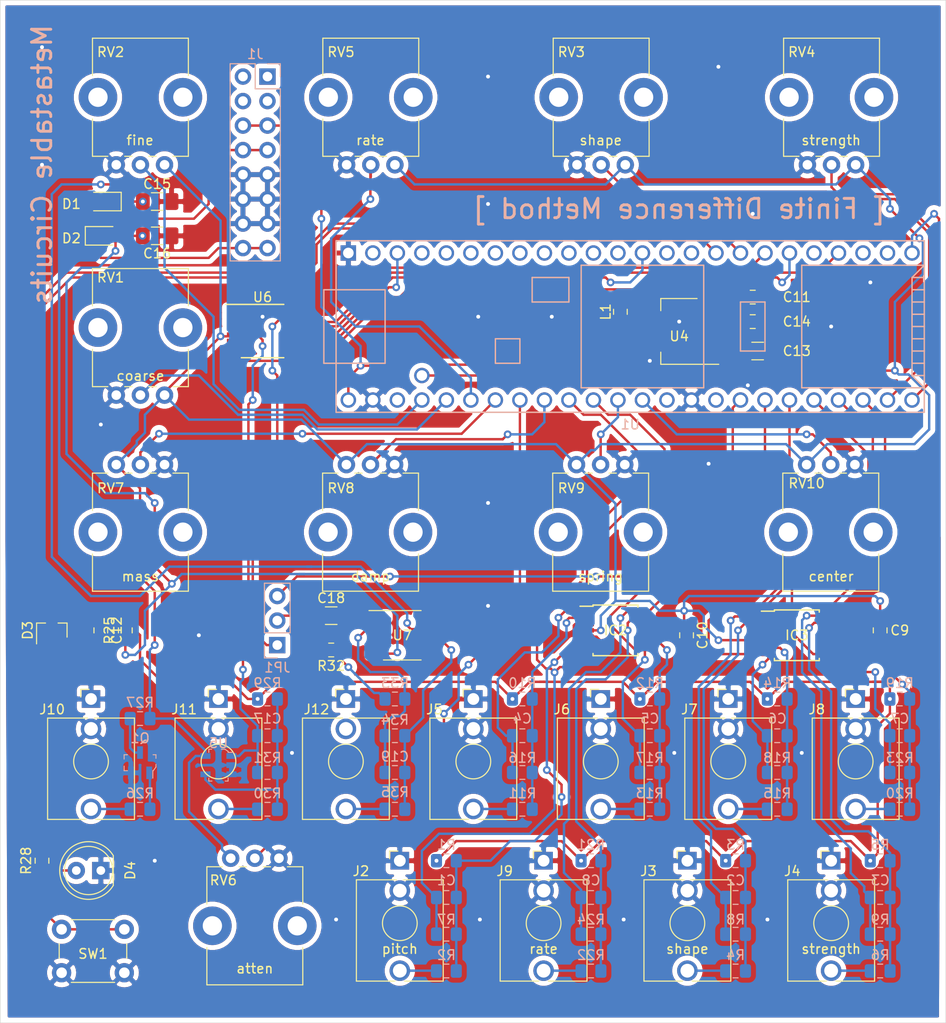
<source format=kicad_pcb>
(kicad_pcb (version 20171130) (host pcbnew 5.1.4-e60b266~84~ubuntu18.04.1)
  (layers (0 F.Cu signal) (31 B.Cu signal) (34 B.Paste user) (35 F.Paste user) (36 B.SilkS user) (37 F.SilkS user) (38 B.Mask user) (39 F.Mask user) (44 Edge.Cuts user))
  (net 0 "")
  (net 1 "Net-(C1-Pad2)")
  (net 2 "Net-(C2-Pad2)")
  (net 3 "Net-(C3-Pad2)")
  (net 4 "Net-(C4-Pad2)")
  (net 5 "Net-(C5-Pad2)")
  (net 6 "Net-(C6-Pad2)")
  (net 7 "Net-(C7-Pad2)")
  (net 8 "Net-(C8-Pad2)")
  (net 9 GND)
  (net 10 +3V3_A)
  (net 11 "Net-(C11-Pad1)")
  (net 12 AREF_-10)
  (net 13 +12V)
  (net 14 -12V)
  (net 15 "Net-(C17-Pad2)")
  (net 16 "Net-(C17-Pad1)")
  (net 17 "Net-(C18-Pad2)")
  (net 18 "Net-(C18-Pad1)")
  (net 19 "Net-(C19-Pad2)")
  (net 20 "Net-(C19-Pad1)")
  (net 21 "Net-(D1-Pad2)")
  (net 22 "Net-(D2-Pad1)")
  (net 23 "Net-(D4-Pad2)")
  (net 24 +5V)
  (net 25 "Net-(J1-Pad4)")
  (net 26 "Net-(J1-Pad3)")
  (net 27 "Net-(J1-Pad2)")
  (net 28 "Net-(J1-Pad1)")
  (net 29 "Net-(J2-PadT)")
  (net 30 "Net-(J3-PadT)")
  (net 31 "Net-(J4-PadT)")
  (net 32 "Net-(J5-PadT)")
  (net 33 "Net-(J6-PadT)")
  (net 34 "Net-(J7-PadT)")
  (net 35 "Net-(J8-PadT)")
  (net 36 "Net-(J9-PadT)")
  (net 37 "Net-(J10-PadT)")
  (net 38 "Net-(J11-PadT)")
  (net 39 "Net-(J12-PadT)")
  (net 40 "Net-(J12-PadTN)")
  (net 41 DAC_OUT)
  (net 42 "Net-(JP1-Pad1)")
  (net 43 GATE)
  (net 44 LED_GATE)
  (net 45 SW_GATE)
  (net 46 "Net-(U1-Pad51)")
  (net 47 "Net-(U1-Pad40)")
  (net 48 "Net-(U1-Pad38)")
  (net 49 "Net-(U1-Pad2)")
  (net 50 I2S_TXD)
  (net 51 "Net-(U1-Pad4)")
  (net 52 "Net-(U1-Pad5)")
  (net 53 "Net-(U1-Pad6)")
  (net 54 "Net-(U1-Pad7)")
  (net 55 "Net-(U1-Pad8)")
  (net 56 "Net-(U1-Pad9)")
  (net 57 "Net-(U1-Pad10)")
  (net 58 "Net-(U1-Pad11)")
  (net 59 "Net-(U1-Pad12)")
  (net 60 I2S_MCLK)
  (net 61 "Net-(U1-Pad23)")
  (net 62 I2S_FS)
  (net 63 I2S_BCLK)
  (net 64 "Net-(U1-Pad14)")
  (net 65 "Net-(U1-Pad15)")
  (net 66 "Net-(U1-Pad20)")
  (net 67 I2S_RXD)
  (net 68 I2S_RST)
  (net 69 "Net-(U6-Pad16)")
  (net 70 "Net-(U6-Pad10)")
  (net 71 "Net-(U6-Pad2)")
  (net 72 "Net-(U6-Pad1)")
  (net 73 "Net-(U7-Pad8)")
  (net 74 "Net-(U7-Pad5)")
  (net 75 "Net-(U7-Pad1)")
  (net 76 "Net-(Q1-Pad1)")
  (net 77 CV_PITCH)
  (net 78 CV_SHAPE)
  (net 79 CV_STRENGTH)
  (net 80 CV_MASS)
  (net 81 CV_DAMP)
  (net 82 CV_SPRING)
  (net 83 CV_CENTER)
  (net 84 CV_RATE)
  (net 85 POT_COARSE)
  (net 86 POT_FINE)
  (net 87 POT_SHAPE)
  (net 88 POT_STRENGTH)
  (net 89 POT_RATE)
  (net 90 POT_ATTEN)
  (net 91 POT_MASS)
  (net 92 POT_DAMP)
  (net 93 POT_SPRING)
  (net 94 POT_CENTER)
  (module teensy:Teensy36_edge (layer B.Cu) (at 145.288 83.82)
    (fp_text reference U1 (at 0 10.16) (layer B.SilkS) (effects (justify mirror)))
    (fp_text value Teensy3.6_edge)
    (pad 17 thru_hole circle (at 11.43 -7.62) (size 1.6 1.6) (drill 1.1) (layers *.Cu *.Mask) (net 45 SW_GATE))
    (pad 18 thru_hole circle (at 13.97 -7.62) (size 1.6 1.6) (drill 1.1) (layers *.Cu *.Mask) (net 68 I2S_RST))
    (pad 19 thru_hole circle (at 16.51 -7.62) (size 1.6 1.6) (drill 1.1) (layers *.Cu *.Mask) (net 67 I2S_RXD))
    (pad 20 thru_hole circle (at 19.05 -7.62) (size 1.6 1.6) (drill 1.1) (layers *.Cu *.Mask) (net 66 "Net-(U1-Pad20)"))
    (pad 16 thru_hole circle (at 8.89 -7.62) (size 1.6 1.6) (drill 1.1) (layers *.Cu *.Mask) (net 44 LED_GATE))
    (pad 15 thru_hole circle (at 6.35 -7.62) (size 1.6 1.6) (drill 1.1) (layers *.Cu *.Mask) (net 65 "Net-(U1-Pad15)"))
    (pad 14 thru_hole circle (at 3.81 -7.62) (size 1.6 1.6) (drill 1.1) (layers *.Cu *.Mask) (net 64 "Net-(U1-Pad14)"))
    (pad 21 thru_hole circle (at 21.59 -7.62) (size 1.6 1.6) (drill 1.1) (layers *.Cu *.Mask) (net 63 I2S_BCLK))
    (pad 22 thru_hole circle (at 24.13 -7.62) (size 1.6 1.6) (drill 1.1) (layers *.Cu *.Mask) (net 62 I2S_FS))
    (pad 23 thru_hole circle (at 26.67 -7.62) (size 1.6 1.6) (drill 1.1) (layers *.Cu *.Mask) (net 61 "Net-(U1-Pad23)"))
    (pad 24 thru_hole circle (at 29.21 -7.62) (size 1.6 1.6) (drill 1.1) (layers *.Cu *.Mask) (net 79 CV_STRENGTH))
    (pad 30 thru_hole circle (at 29.21 7.62) (size 1.6 1.6) (drill 1.1) (layers *.Cu *.Mask) (net 88 POT_STRENGTH))
    (pad 31 thru_hole circle (at 26.67 7.62) (size 1.6 1.6) (drill 1.1) (layers *.Cu *.Mask) (net 87 POT_SHAPE))
    (pad 32 thru_hole circle (at 24.13 7.62) (size 1.6 1.6) (drill 1.1) (layers *.Cu *.Mask) (net 83 CV_CENTER))
    (pad 33 thru_hole circle (at 21.59 7.62) (size 1.6 1.6) (drill 1.1) (layers *.Cu *.Mask) (net 78 CV_SHAPE))
    (pad 34 thru_hole circle (at 19.05 7.62) (size 1.6 1.6) (drill 1.1) (layers *.Cu *.Mask) (net 82 CV_SPRING))
    (pad 35 thru_hole circle (at 16.51 7.62) (size 1.6 1.6) (drill 1.1) (layers *.Cu *.Mask) (net 84 CV_RATE))
    (pad 36 thru_hole circle (at 13.97 7.62) (size 1.6 1.6) (drill 1.1) (layers *.Cu *.Mask) (net 81 CV_DAMP))
    (pad 37 thru_hole circle (at 11.43 7.62) (size 1.6 1.6) (drill 1.1) (layers *.Cu *.Mask) (net 41 DAC_OUT))
    (pad 13 thru_hole circle (at 1.27 -7.62) (size 1.6 1.6) (drill 1.1) (layers *.Cu *.Mask) (net 60 I2S_MCLK))
    (pad 12 thru_hole circle (at -1.27 -7.62) (size 1.6 1.6) (drill 1.1) (layers *.Cu *.Mask) (net 59 "Net-(U1-Pad12)"))
    (pad 11 thru_hole circle (at -3.81 -7.62) (size 1.6 1.6) (drill 1.1) (layers *.Cu *.Mask) (net 58 "Net-(U1-Pad11)"))
    (pad 10 thru_hole circle (at -6.35 -7.62) (size 1.6 1.6) (drill 1.1) (layers *.Cu *.Mask) (net 57 "Net-(U1-Pad10)"))
    (pad 9 thru_hole circle (at -8.89 -7.62) (size 1.6 1.6) (drill 1.1) (layers *.Cu *.Mask) (net 56 "Net-(U1-Pad9)"))
    (pad 8 thru_hole circle (at -11.43 -7.62) (size 1.6 1.6) (drill 1.1) (layers *.Cu *.Mask) (net 55 "Net-(U1-Pad8)"))
    (pad 7 thru_hole circle (at -13.97 -7.62) (size 1.6 1.6) (drill 1.1) (layers *.Cu *.Mask) (net 54 "Net-(U1-Pad7)"))
    (pad 6 thru_hole circle (at -16.51 -7.62) (size 1.6 1.6) (drill 1.1) (layers *.Cu *.Mask) (net 53 "Net-(U1-Pad6)"))
    (pad 5 thru_hole circle (at -19.05 -7.62) (size 1.6 1.6) (drill 1.1) (layers *.Cu *.Mask) (net 52 "Net-(U1-Pad5)"))
    (pad 4 thru_hole circle (at -21.59 -7.62) (size 1.6 1.6) (drill 1.1) (layers *.Cu *.Mask) (net 51 "Net-(U1-Pad4)"))
    (pad 3 thru_hole circle (at -24.13 -7.62) (size 1.6 1.6) (drill 1.1) (layers *.Cu *.Mask) (net 50 I2S_TXD))
    (pad 2 thru_hole circle (at -26.67 -7.62) (size 1.6 1.6) (drill 1.1) (layers *.Cu *.Mask) (net 49 "Net-(U1-Pad2)"))
    (pad 1 thru_hole rect (at -29.21 -7.62) (size 1.6 1.6) (drill 1.1) (layers *.Cu *.Mask) (net 9 GND))
    (pad 38 thru_hole circle (at 8.89 7.62) (size 1.6 1.6) (drill 1.1) (layers *.Cu *.Mask) (net 48 "Net-(U1-Pad38)"))
    (pad 39 thru_hole circle (at 6.35 7.62) (size 1.6 1.6) (drill 1.1) (layers *.Cu *.Mask) (net 9 GND))
    (pad 40 thru_hole circle (at 3.81 7.62) (size 1.6 1.6) (drill 1.1) (layers *.Cu *.Mask) (net 47 "Net-(U1-Pad40)"))
    (pad 41 thru_hole circle (at 1.27 7.62) (size 1.6 1.6) (drill 1.1) (layers *.Cu *.Mask) (net 94 POT_CENTER))
    (pad 42 thru_hole circle (at -1.27 7.62) (size 1.6 1.6) (drill 1.1) (layers *.Cu *.Mask) (net 93 POT_SPRING))
    (pad 43 thru_hole circle (at -3.81 7.62) (size 1.6 1.6) (drill 1.1) (layers *.Cu *.Mask) (net 80 CV_MASS))
    (pad 44 thru_hole circle (at -6.35 7.62) (size 1.6 1.6) (drill 1.1) (layers *.Cu *.Mask) (net 77 CV_PITCH))
    (pad 45 thru_hole circle (at -8.89 7.62) (size 1.6 1.6) (drill 1.1) (layers *.Cu *.Mask) (net 92 POT_DAMP))
    (pad 46 thru_hole circle (at -11.43 7.62) (size 1.6 1.6) (drill 1.1) (layers *.Cu *.Mask) (net 90 POT_ATTEN))
    (pad 47 thru_hole circle (at -13.97 7.62) (size 1.6 1.6) (drill 1.1) (layers *.Cu *.Mask) (net 91 POT_MASS))
    (pad 48 thru_hole circle (at -16.51 7.62) (size 1.6 1.6) (drill 1.1) (layers *.Cu *.Mask) (net 89 POT_RATE))
    (pad 49 thru_hole circle (at -19.05 7.62) (size 1.6 1.6) (drill 1.1) (layers *.Cu *.Mask) (net 85 POT_COARSE))
    (pad 50 thru_hole circle (at -21.59 7.62) (size 1.6 1.6) (drill 1.1) (layers *.Cu *.Mask) (net 86 POT_FINE))
    (pad 51 thru_hole circle (at -24.13 7.62) (size 1.6 1.6) (drill 1.1) (layers *.Cu *.Mask) (net 46 "Net-(U1-Pad51)"))
    (pad 52 thru_hole circle (at -26.67 7.62) (size 1.6 1.6) (drill 1.1) (layers *.Cu *.Mask) (net 9 GND))
    (pad 53 thru_hole circle (at -29.21 7.62) (size 1.6 1.6) (drill 1.1) (layers *.Cu *.Mask) (net 24 +5V))
    (pad 55 thru_hole circle (at -21.59 5.08) (size 1.6 1.6) (drill 1.1) (layers *.Cu *.Mask) (net 10 +3V3_A))
  )
  (module Package_SO:TSSOP-14_4.4x5mm_P0.65mm (layer F.Cu) (at 162.56 115.824)
    (fp_text reference IC3 (at 0 0) (layer F.SilkS))
    (fp_text value MCP6004)
    (pad 14 smd rect (at 2.95 -1.95) (size 1.45 0.45) (layers F.Cu F.Paste F.Mask) (net 79 CV_STRENGTH))
    (pad 13 smd rect (at 2.95 -1.3) (size 1.45 0.45) (layers F.Cu F.Paste F.Mask) (net 3 "Net-(C3-Pad2)"))
    (pad 12 smd rect (at 2.95 -0.65) (size 1.45 0.45) (layers F.Cu F.Paste F.Mask) (net 9 GND))
    (pad 11 smd rect (at 2.95 0) (size 1.45 0.45) (layers F.Cu F.Paste F.Mask) (net 9 GND))
    (pad 10 smd rect (at 2.95 0.65) (size 1.45 0.45) (layers F.Cu F.Paste F.Mask) (net 9 GND))
    (pad 9 smd rect (at 2.95 1.3) (size 1.45 0.45) (layers F.Cu F.Paste F.Mask) (net 7 "Net-(C7-Pad2)"))
    (pad 8 smd rect (at 2.95 1.95) (size 1.45 0.45) (layers F.Cu F.Paste F.Mask) (net 83 CV_CENTER))
    (pad 7 smd rect (at -2.95 1.95) (size 1.45 0.45) (layers F.Cu F.Paste F.Mask) (net 82 CV_SPRING))
    (pad 6 smd rect (at -2.95 1.3) (size 1.45 0.45) (layers F.Cu F.Paste F.Mask) (net 6 "Net-(C6-Pad2)"))
    (pad 5 smd rect (at -2.95 0.65) (size 1.45 0.45) (layers F.Cu F.Paste F.Mask) (net 9 GND))
    (pad 4 smd rect (at -2.95 0) (size 1.45 0.45) (layers F.Cu F.Paste F.Mask) (net 10 +3V3_A))
    (pad 3 smd rect (at -2.95 -0.65) (size 1.45 0.45) (layers F.Cu F.Paste F.Mask) (net 9 GND))
    (pad 2 smd rect (at -2.95 -1.3) (size 1.45 0.45) (layers F.Cu F.Paste F.Mask) (net 2 "Net-(C2-Pad2)"))
    (pad 1 smd rect (at -2.95 -1.95) (size 1.45 0.45) (layers F.Cu F.Paste F.Mask) (net 78 CV_SHAPE))
  )
  (module Capacitor_SMD:C_0805_2012Metric_Pad1.15x1.40mm_HandSolder (layer B.Cu) (at 141.224 143.002)
    (fp_text reference C8 (at 0 -1.778) (layer B.SilkS) (effects (justify mirror)))
    (fp_text value 3n3)
    (pad 2 smd roundrect (at 1.025 0) (size 1.15 1.4) (layers B.Cu B.Paste B.Mask) (roundrect_rratio 0.217391) (net 8 "Net-(C8-Pad2)"))
    (pad 1 smd roundrect (at -1.025 0) (size 1.15 1.4) (layers B.Cu B.Paste B.Mask) (roundrect_rratio 0.217391) (net 84 CV_RATE))
  )
  (module digikey-footprints:SOT-23-3 (layer B.Cu) (at 94.488 129.032 90)
    (fp_text reference Q1 (at 2.54 0) (layer B.SilkS) (effects (justify mirror)))
    (fp_text value MMBT3904-TP)
    (pad 1 smd rect (at -1.05 0.95 90) (size 1.3 0.6) (layers B.Cu B.Paste B.Mask) (net 76 "Net-(Q1-Pad1)"))
    (pad 2 smd rect (at -1.05 -0.95 90) (size 1.3 0.6) (layers B.Cu B.Paste B.Mask) (net 9 GND))
    (pad 3 smd rect (at 1.05 0 90) (size 1.3 0.6) (layers B.Cu B.Paste B.Mask) (net 43 GATE))
  )
  (module Package_SO:SOIC-8_3.9x4.9mm_P1.27mm (layer F.Cu) (at 121.666 115.824)
    (fp_text reference U7 (at 0 0) (layer F.SilkS))
    (fp_text value TL071)
    (pad 8 smd roundrect (at 2.475 -1.905) (size 1.95 0.6) (layers F.Cu F.Paste F.Mask) (net 73 "Net-(U7-Pad8)"))
    (pad 7 smd roundrect (at 2.475 -0.635) (size 1.95 0.6) (layers F.Cu F.Paste F.Mask) (net 13 +12V))
    (pad 6 smd roundrect (at 2.475 0.635) (size 1.95 0.6) (layers F.Cu F.Paste F.Mask) (net 20 "Net-(C19-Pad1)"))
    (pad 5 smd roundrect (at 2.475 1.905) (size 1.95 0.6) (layers F.Cu F.Paste F.Mask) (net 74 "Net-(U7-Pad5)"))
    (pad 4 smd roundrect (at -2.475 1.905) (size 1.95 0.6) (layers F.Cu F.Paste F.Mask) (net 14 -12V))
    (pad 3 smd roundrect (at -2.475 0.635) (size 1.95 0.6) (layers F.Cu F.Paste F.Mask) (net 9 GND))
    (pad 2 smd roundrect (at -2.475 -0.635) (size 1.95 0.6) (layers F.Cu F.Paste F.Mask) (net 19 "Net-(C19-Pad2)"))
    (pad 1 smd roundrect (at -2.475 -1.905) (size 1.95 0.6) (layers F.Cu F.Paste F.Mask) (net 75 "Net-(U7-Pad1)"))
  )
  (module Package_SO:TSSOP-16_4.4x5mm_P0.65mm (layer F.Cu) (at 107.188 84.328)
    (fp_text reference U6 (at 0 -3.55) (layer F.SilkS))
    (fp_text value AK4554)
    (pad 16 smd rect (at 2.95 -2.275) (size 1.5 0.45) (layers F.Cu F.Paste F.Mask) (net 69 "Net-(U6-Pad16)"))
    (pad 15 smd rect (at 2.95 -1.625) (size 1.5 0.45) (layers F.Cu F.Paste F.Mask) (net 42 "Net-(JP1-Pad1)"))
    (pad 14 smd rect (at 2.95 -0.975) (size 1.5 0.45) (layers F.Cu F.Paste F.Mask) (net 68 I2S_RST))
    (pad 13 smd rect (at 2.95 -0.325) (size 1.5 0.45) (layers F.Cu F.Paste F.Mask) (net 68 I2S_RST))
    (pad 12 smd rect (at 2.95 0.325) (size 1.5 0.45) (layers F.Cu F.Paste F.Mask) (net 63 I2S_BCLK))
    (pad 11 smd rect (at 2.95 0.975) (size 1.5 0.45) (layers F.Cu F.Paste F.Mask) (net 60 I2S_MCLK))
    (pad 10 smd rect (at 2.95 1.625) (size 1.5 0.45) (layers F.Cu F.Paste F.Mask) (net 70 "Net-(U6-Pad10)"))
    (pad 9 smd rect (at 2.95 2.275) (size 1.5 0.45) (layers F.Cu F.Paste F.Mask) (net 50 I2S_TXD))
    (pad 8 smd rect (at -2.95 2.275) (size 1.5 0.45) (layers F.Cu F.Paste F.Mask) (net 67 I2S_RXD))
    (pad 7 smd rect (at -2.95 1.625) (size 1.5 0.45) (layers F.Cu F.Paste F.Mask) (net 9 GND))
    (pad 6 smd rect (at -2.95 0.975) (size 1.5 0.45) (layers F.Cu F.Paste F.Mask) (net 10 +3V3_A))
    (pad 5 smd rect (at -2.95 0.325) (size 1.5 0.45) (layers F.Cu F.Paste F.Mask) (net 10 +3V3_A))
    (pad 4 smd rect (at -2.95 -0.325) (size 1.5 0.45) (layers F.Cu F.Paste F.Mask) (net 9 GND))
    (pad 3 smd rect (at -2.95 -0.975) (size 1.5 0.45) (layers F.Cu F.Paste F.Mask) (net 16 "Net-(C17-Pad1)"))
    (pad 2 smd rect (at -2.95 -1.625) (size 1.5 0.45) (layers F.Cu F.Paste F.Mask) (net 71 "Net-(U6-Pad2)"))
    (pad 1 smd rect (at -2.95 -2.275) (size 1.5 0.45) (layers F.Cu F.Paste F.Mask) (net 72 "Net-(U6-Pad1)"))
  )
  (module digikey-footprints:SOT-753 (layer B.Cu) (at 102.616 129.286 270)
    (fp_text reference U5 (at -2.286 0) (layer B.SilkS) (effects (justify mirror)))
    (fp_text value MCP6001T-I_OT)
    (pad 1 smd rect (at -0.95 -1.35 270) (size 0.6 1.05) (layers B.Cu B.Paste B.Mask) (net 16 "Net-(C17-Pad1)"))
    (pad 2 smd rect (at 0 -1.35 270) (size 0.6 1.05) (layers B.Cu B.Paste B.Mask) (net 9 GND))
    (pad 3 smd rect (at 0.95 -1.35 270) (size 0.6 1.05) (layers B.Cu B.Paste B.Mask) (net 9 GND))
    (pad 4 smd rect (at 0.95 1.35 270) (size 0.6 1.05) (layers B.Cu B.Paste B.Mask) (net 15 "Net-(C17-Pad2)"))
    (pad 5 smd rect (at -0.95 1.35 270) (size 0.6 1.05) (layers B.Cu B.Paste B.Mask) (net 10 +3V3_A))
  )
  (module Package_TO_SOT_SMD:SOT-223 (layer F.Cu) (at 150.368 84.328 180)
    (fp_text reference U4 (at 0 -0.508) (layer F.SilkS))
    (fp_text value LM1117-3.3)
    (pad 1 smd rect (at -3.15 -2.3 180) (size 2 1.5) (layers F.Cu F.Paste F.Mask) (net 9 GND))
    (pad 3 smd rect (at -3.15 2.3 180) (size 2 1.5) (layers F.Cu F.Paste F.Mask) (net 11 "Net-(C11-Pad1)"))
    (pad 2 smd rect (at -3.15 0 180) (size 2 1.5) (layers F.Cu F.Paste F.Mask) (net 10 +3V3_A))
    (pad 4 smd rect (at 3.15 0 180) (size 2 3.8) (layers F.Cu F.Paste F.Mask))
  )
  (module Button_Switch_THT:SW_PUSH_6mm_H5mm (layer F.Cu) (at 86.36 146.304)
    (fp_text reference SW1 (at 3.25 2.54) (layer F.SilkS))
    (fp_text value SW_Push)
    (pad 1 thru_hole circle (at 6.5 0 90) (size 2 2) (drill 1.1) (layers *.Cu *.Mask) (net 45 SW_GATE))
    (pad 2 thru_hole circle (at 6.5 4.5 90) (size 2 2) (drill 1.1) (layers *.Cu *.Mask) (net 9 GND))
    (pad 1 thru_hole circle (at 0 0 90) (size 2 2) (drill 1.1) (layers *.Cu *.Mask) (net 45 SW_GATE))
    (pad 2 thru_hole circle (at 0 4.5 90) (size 2 2) (drill 1.1) (layers *.Cu *.Mask) (net 9 GND))
  )
  (module Potentiometer_THT:Potentiometer_Bourns_PTV09A-1_Single_Vertical (layer F.Cu) (at 163.576 98.136 270)
    (fp_text reference RV10 (at 1.94 0 180) (layer F.SilkS))
    (fp_text value 100k)
    (fp_text user center (at 11.592 -2.54) (layer F.SilkS))
    (pad "" np_thru_hole circle (at 7 1.9 270) (size 4 4) (drill 2) (layers *.Cu *.Mask))
    (pad "" np_thru_hole circle (at 7 -6.9 270) (size 4 4) (drill 2) (layers *.Cu *.Mask))
    (pad 1 thru_hole circle (at 0 0 270) (size 1.8 1.8) (drill 1) (layers *.Cu *.Mask) (net 10 +3V3_A))
    (pad 2 thru_hole circle (at 0 -2.5 270) (size 1.8 1.8) (drill 1) (layers *.Cu *.Mask) (net 94 POT_CENTER))
    (pad 3 thru_hole circle (at 0 -5 270) (size 1.8 1.8) (drill 1) (layers *.Cu *.Mask) (net 9 GND))
  )
  (module Potentiometer_THT:Potentiometer_Bourns_PTV09A-1_Single_Vertical (layer F.Cu) (at 139.726666 98.136 270)
    (fp_text reference RV9 (at 2.448 0.534666 180) (layer F.SilkS))
    (fp_text value 100k)
    (fp_text user spring (at 11.592 -2.5) (layer F.SilkS))
    (pad "" np_thru_hole circle (at 7 1.9 270) (size 4 4) (drill 2) (layers *.Cu *.Mask))
    (pad "" np_thru_hole circle (at 7 -6.9 270) (size 4 4) (drill 2) (layers *.Cu *.Mask))
    (pad 1 thru_hole circle (at 0 0 270) (size 1.8 1.8) (drill 1) (layers *.Cu *.Mask) (net 10 +3V3_A))
    (pad 2 thru_hole circle (at 0 -2.5 270) (size 1.8 1.8) (drill 1) (layers *.Cu *.Mask) (net 93 POT_SPRING))
    (pad 3 thru_hole circle (at 0 -5 270) (size 1.8 1.8) (drill 1) (layers *.Cu *.Mask) (net 9 GND))
  )
  (module Potentiometer_THT:Potentiometer_Bourns_PTV09A-1_Single_Vertical (layer F.Cu) (at 115.877333 98.136 270)
    (fp_text reference RV8 (at 2.448 0.561333 180) (layer F.SilkS))
    (fp_text value 100k)
    (fp_text user damp (at 11.592 -2.5) (layer F.SilkS))
    (pad "" np_thru_hole circle (at 7 1.9 270) (size 4 4) (drill 2) (layers *.Cu *.Mask))
    (pad "" np_thru_hole circle (at 7 -6.9 270) (size 4 4) (drill 2) (layers *.Cu *.Mask))
    (pad 1 thru_hole circle (at 0 0 270) (size 1.8 1.8) (drill 1) (layers *.Cu *.Mask) (net 10 +3V3_A))
    (pad 2 thru_hole circle (at 0 -2.5 270) (size 1.8 1.8) (drill 1) (layers *.Cu *.Mask) (net 92 POT_DAMP))
    (pad 3 thru_hole circle (at 0 -5 270) (size 1.8 1.8) (drill 1) (layers *.Cu *.Mask) (net 9 GND))
  )
  (module Potentiometer_THT:Potentiometer_Bourns_PTV09A-1_Single_Vertical (layer F.Cu) (at 92.028 98.136 270)
    (fp_text reference RV7 (at 2.448 0.588 180) (layer F.SilkS))
    (fp_text value 100k)
    (fp_text user mass (at 11.592 -2.5) (layer F.SilkS))
    (pad "" np_thru_hole circle (at 7 1.9 270) (size 4 4) (drill 2) (layers *.Cu *.Mask))
    (pad "" np_thru_hole circle (at 7 -6.9 270) (size 4 4) (drill 2) (layers *.Cu *.Mask))
    (pad 1 thru_hole circle (at 0 0 270) (size 1.8 1.8) (drill 1) (layers *.Cu *.Mask) (net 10 +3V3_A))
    (pad 2 thru_hole circle (at 0 -2.5 270) (size 1.8 1.8) (drill 1) (layers *.Cu *.Mask) (net 91 POT_MASS))
    (pad 3 thru_hole circle (at 0 -5 270) (size 1.8 1.8) (drill 1) (layers *.Cu *.Mask) (net 9 GND))
  )
  (module Potentiometer_THT:Potentiometer_Bourns_PTV09A-1_Single_Vertical (layer F.Cu) (at 103.886 138.938 270)
    (fp_text reference RV6 (at 2.286 0.762 180) (layer F.SilkS))
    (fp_text value 100k)
    (fp_text user atten (at 11.43 -2.5) (layer F.SilkS))
    (pad "" np_thru_hole circle (at 7 1.9 270) (size 4 4) (drill 2) (layers *.Cu *.Mask))
    (pad "" np_thru_hole circle (at 7 -6.9 270) (size 4 4) (drill 2) (layers *.Cu *.Mask))
    (pad 1 thru_hole circle (at 0 0 270) (size 1.8 1.8) (drill 1) (layers *.Cu *.Mask) (net 10 +3V3_A))
    (pad 2 thru_hole circle (at 0 -2.5 270) (size 1.8 1.8) (drill 1) (layers *.Cu *.Mask) (net 90 POT_ATTEN))
    (pad 3 thru_hole circle (at 0 -5 270) (size 1.8 1.8) (drill 1) (layers *.Cu *.Mask) (net 9 GND))
  )
  (module Potentiometer_THT:Potentiometer_Bourns_PTV09A-1_Single_Vertical (layer F.Cu) (at 120.904 67.056 90)
    (fp_text reference RV5 (at 11.684 -5.588) (layer F.SilkS))
    (fp_text value 100k)
    (fp_text user rate (at 2.54 -2.54) (layer F.SilkS))
    (pad "" np_thru_hole circle (at 7 1.9 90) (size 4 4) (drill 2) (layers *.Cu *.Mask))
    (pad "" np_thru_hole circle (at 7 -6.9 90) (size 4 4) (drill 2) (layers *.Cu *.Mask))
    (pad 1 thru_hole circle (at 0 0 90) (size 1.8 1.8) (drill 1) (layers *.Cu *.Mask) (net 10 +3V3_A))
    (pad 2 thru_hole circle (at 0 -2.5 90) (size 1.8 1.8) (drill 1) (layers *.Cu *.Mask) (net 89 POT_RATE))
    (pad 3 thru_hole circle (at 0 -5 90) (size 1.8 1.8) (drill 1) (layers *.Cu *.Mask) (net 9 GND))
  )
  (module Potentiometer_THT:Potentiometer_Bourns_PTV09A-1_Single_Vertical (layer F.Cu) (at 168.656 67.056 90)
    (fp_text reference RV4 (at 11.684 -5.588 180) (layer F.SilkS))
    (fp_text value 100k)
    (fp_text user strength (at 2.54 -2.54) (layer F.SilkS))
    (pad "" np_thru_hole circle (at 7 1.9 90) (size 4 4) (drill 2) (layers *.Cu *.Mask))
    (pad "" np_thru_hole circle (at 7 -6.9 90) (size 4 4) (drill 2) (layers *.Cu *.Mask))
    (pad 1 thru_hole circle (at 0 0 90) (size 1.8 1.8) (drill 1) (layers *.Cu *.Mask) (net 10 +3V3_A))
    (pad 2 thru_hole circle (at 0 -2.5 90) (size 1.8 1.8) (drill 1) (layers *.Cu *.Mask) (net 88 POT_STRENGTH))
    (pad 3 thru_hole circle (at 0 -5 90) (size 1.8 1.8) (drill 1) (layers *.Cu *.Mask) (net 9 GND))
  )
  (module Potentiometer_THT:Potentiometer_Bourns_PTV09A-1_Single_Vertical (layer F.Cu) (at 144.78 67.056 90)
    (fp_text reference RV3 (at 11.684 -5.588 180) (layer F.SilkS))
    (fp_text value 100k)
    (fp_text user shape (at 2.54 -2.54) (layer F.SilkS))
    (pad "" np_thru_hole circle (at 7 1.9 90) (size 4 4) (drill 2) (layers *.Cu *.Mask))
    (pad "" np_thru_hole circle (at 7 -6.9 90) (size 4 4) (drill 2) (layers *.Cu *.Mask))
    (pad 1 thru_hole circle (at 0 0 90) (size 1.8 1.8) (drill 1) (layers *.Cu *.Mask) (net 10 +3V3_A))
    (pad 2 thru_hole circle (at 0 -2.5 90) (size 1.8 1.8) (drill 1) (layers *.Cu *.Mask) (net 87 POT_SHAPE))
    (pad 3 thru_hole circle (at 0 -5 90) (size 1.8 1.8) (drill 1) (layers *.Cu *.Mask) (net 9 GND))
  )
  (module Potentiometer_THT:Potentiometer_Bourns_PTV09A-1_Single_Vertical (layer F.Cu) (at 97.028 67.056 90)
    (fp_text reference RV2 (at 11.684 -5.588) (layer F.SilkS))
    (fp_text value 100k)
    (fp_text user fine (at 2.54 -2.54) (layer F.SilkS))
    (pad "" np_thru_hole circle (at 7 1.9 90) (size 4 4) (drill 2) (layers *.Cu *.Mask))
    (pad "" np_thru_hole circle (at 7 -6.9 90) (size 4 4) (drill 2) (layers *.Cu *.Mask))
    (pad 1 thru_hole circle (at 0 0 90) (size 1.8 1.8) (drill 1) (layers *.Cu *.Mask) (net 10 +3V3_A))
    (pad 2 thru_hole circle (at 0 -2.5 90) (size 1.8 1.8) (drill 1) (layers *.Cu *.Mask) (net 86 POT_FINE))
    (pad 3 thru_hole circle (at 0 -5 90) (size 1.8 1.8) (drill 1) (layers *.Cu *.Mask) (net 9 GND))
  )
  (module Potentiometer_THT:Potentiometer_Bourns_PTV09A-1_Single_Vertical (layer F.Cu) (at 97.028 90.932 90)
    (fp_text reference RV1 (at 12.192 -5.588 180) (layer F.SilkS))
    (fp_text value 100k)
    (fp_text user coarse (at 2 -2.5) (layer F.SilkS))
    (pad "" np_thru_hole circle (at 7 1.9 90) (size 4 4) (drill 2) (layers *.Cu *.Mask))
    (pad "" np_thru_hole circle (at 7 -6.9 90) (size 4 4) (drill 2) (layers *.Cu *.Mask))
    (pad 1 thru_hole circle (at 0 0 90) (size 1.8 1.8) (drill 1) (layers *.Cu *.Mask) (net 10 +3V3_A))
    (pad 2 thru_hole circle (at 0 -2.5 90) (size 1.8 1.8) (drill 1) (layers *.Cu *.Mask) (net 85 POT_COARSE))
    (pad 3 thru_hole circle (at 0 -5 90) (size 1.8 1.8) (drill 1) (layers *.Cu *.Mask) (net 9 GND))
  )
  (module Resistor_SMD:R_0805_2012Metric_Pad1.15x1.40mm_HandSolder (layer B.Cu) (at 120.904 133.858)
    (fp_text reference R35 (at 0 -1.778) (layer B.SilkS) (effects (justify mirror)))
    (fp_text value 1k)
    (pad 2 smd roundrect (at 1.025 0) (size 1.15 1.4) (layers B.Cu B.Paste B.Mask) (roundrect_rratio 0.217391) (net 20 "Net-(C19-Pad1)"))
    (pad 1 smd roundrect (at -1.025 0) (size 1.15 1.4) (layers B.Cu B.Paste B.Mask) (roundrect_rratio 0.217391) (net 39 "Net-(J12-PadT)"))
  )
  (module Resistor_SMD:R_0805_2012Metric_Pad1.15x1.40mm_HandSolder (layer B.Cu) (at 120.904 126.238 180)
    (fp_text reference R34 (at 0 1.65) (layer B.SilkS) (effects (justify mirror)))
    (fp_text value 47k)
    (pad 2 smd roundrect (at 1.025 0 180) (size 1.15 1.4) (layers B.Cu B.Paste B.Mask) (roundrect_rratio 0.217391) (net 19 "Net-(C19-Pad2)"))
    (pad 1 smd roundrect (at -1.025 0 180) (size 1.15 1.4) (layers B.Cu B.Paste B.Mask) (roundrect_rratio 0.217391) (net 20 "Net-(C19-Pad1)"))
  )
  (module Resistor_SMD:R_0805_2012Metric_Pad1.15x1.40mm_HandSolder (layer B.Cu) (at 120.904 122.428 180)
    (fp_text reference R33 (at 0 1.65) (layer B.SilkS) (effects (justify mirror)))
    (fp_text value 6k8)
    (pad 2 smd roundrect (at 1.025 0 180) (size 1.15 1.4) (layers B.Cu B.Paste B.Mask) (roundrect_rratio 0.217391) (net 17 "Net-(C18-Pad2)"))
    (pad 1 smd roundrect (at -1.025 0 180) (size 1.15 1.4) (layers B.Cu B.Paste B.Mask) (roundrect_rratio 0.217391) (net 19 "Net-(C19-Pad2)"))
  )
  (module Resistor_SMD:R_0805_2012Metric_Pad1.15x1.40mm_HandSolder (layer F.Cu) (at 114.3 117.348 180)
    (fp_text reference R32 (at 0 -1.65) (layer F.SilkS))
    (fp_text value 47k)
    (pad 2 smd roundrect (at 1.025 0 180) (size 1.15 1.4) (layers F.Cu F.Paste F.Mask) (roundrect_rratio 0.217391) (net 9 GND))
    (pad 1 smd roundrect (at -1.025 0 180) (size 1.15 1.4) (layers F.Cu F.Paste F.Mask) (roundrect_rratio 0.217391) (net 17 "Net-(C18-Pad2)"))
  )
  (module Resistor_SMD:R_0805_2012Metric_Pad1.15x1.40mm_HandSolder (layer B.Cu) (at 107.696 130.048)
    (fp_text reference R31 (at 0 -1.524) (layer B.SilkS) (effects (justify mirror)))
    (fp_text value 33k)
    (pad 2 smd roundrect (at 1.025 0) (size 1.15 1.4) (layers B.Cu B.Paste B.Mask) (roundrect_rratio 0.217391) (net 15 "Net-(C17-Pad2)"))
    (pad 1 smd roundrect (at -1.025 0) (size 1.15 1.4) (layers B.Cu B.Paste B.Mask) (roundrect_rratio 0.217391) (net 16 "Net-(C17-Pad1)"))
  )
  (module Resistor_SMD:R_0805_2012Metric_Pad1.15x1.40mm_HandSolder (layer B.Cu) (at 107.696 133.858 180)
    (fp_text reference R30 (at 0 1.65) (layer B.SilkS) (effects (justify mirror)))
    (fp_text value 100k)
    (pad 2 smd roundrect (at 1.025 0 180) (size 1.15 1.4) (layers B.Cu B.Paste B.Mask) (roundrect_rratio 0.217391) (net 38 "Net-(J11-PadT)"))
    (pad 1 smd roundrect (at -1.025 0 180) (size 1.15 1.4) (layers B.Cu B.Paste B.Mask) (roundrect_rratio 0.217391) (net 15 "Net-(C17-Pad2)"))
  )
  (module Resistor_SMD:R_0805_2012Metric_Pad1.15x1.40mm_HandSolder (layer B.Cu) (at 107.696 122.428 180)
    (fp_text reference R29 (at 0 1.65) (layer B.SilkS) (effects (justify mirror)))
    (fp_text value 200k)
    (pad 2 smd roundrect (at 1.025 0 180) (size 1.15 1.4) (layers B.Cu B.Paste B.Mask) (roundrect_rratio 0.217391) (net 12 AREF_-10))
    (pad 1 smd roundrect (at -1.025 0 180) (size 1.15 1.4) (layers B.Cu B.Paste B.Mask) (roundrect_rratio 0.217391) (net 15 "Net-(C17-Pad2)"))
  )
  (module Resistor_SMD:R_0805_2012Metric_Pad1.15x1.40mm_HandSolder (layer F.Cu) (at 84.328 139.192 90)
    (fp_text reference R28 (at 0 -1.65 90) (layer F.SilkS))
    (fp_text value 100)
    (pad 2 smd roundrect (at 1.025 0 90) (size 1.15 1.4) (layers F.Cu F.Paste F.Mask) (roundrect_rratio 0.217391) (net 44 LED_GATE))
    (pad 1 smd roundrect (at -1.025 0 90) (size 1.15 1.4) (layers F.Cu F.Paste F.Mask) (roundrect_rratio 0.217391) (net 23 "Net-(D4-Pad2)"))
  )
  (module Resistor_SMD:R_0805_2012Metric_Pad1.15x1.40mm_HandSolder (layer B.Cu) (at 94.488 124.46 180)
    (fp_text reference R27 (at 0 1.65) (layer B.SilkS) (effects (justify mirror)))
    (fp_text value 10k)
    (pad 2 smd roundrect (at 1.025 0 180) (size 1.15 1.4) (layers B.Cu B.Paste B.Mask) (roundrect_rratio 0.217391) (net 43 GATE))
    (pad 1 smd roundrect (at -1.025 0 180) (size 1.15 1.4) (layers B.Cu B.Paste B.Mask) (roundrect_rratio 0.217391) (net 10 +3V3_A))
  )
  (module Resistor_SMD:R_0805_2012Metric_Pad1.15x1.40mm_HandSolder (layer B.Cu) (at 94.488 133.858 180)
    (fp_text reference R26 (at 0 1.65) (layer B.SilkS) (effects (justify mirror)))
    (fp_text value 100k)
    (pad 2 smd roundrect (at 1.025 0 180) (size 1.15 1.4) (layers B.Cu B.Paste B.Mask) (roundrect_rratio 0.217391) (net 37 "Net-(J10-PadT)"))
    (pad 1 smd roundrect (at -1.025 0 180) (size 1.15 1.4) (layers B.Cu B.Paste B.Mask) (roundrect_rratio 0.217391) (net 76 "Net-(Q1-Pad1)"))
  )
  (module Resistor_SMD:R_0805_2012Metric_Pad1.15x1.40mm_HandSolder (layer F.Cu) (at 92.964 115.316 90)
    (fp_text reference R25 (at 0 -1.65 90) (layer F.SilkS))
    (fp_text value 500???)
    (pad 2 smd roundrect (at 1.025 0 90) (size 1.15 1.4) (layers F.Cu F.Paste F.Mask) (roundrect_rratio 0.217391) (net 12 AREF_-10))
    (pad 1 smd roundrect (at -1.025 0 90) (size 1.15 1.4) (layers F.Cu F.Paste F.Mask) (roundrect_rratio 0.217391) (net 14 -12V))
  )
  (module Resistor_SMD:R_0805_2012Metric_Pad1.15x1.40mm_HandSolder (layer B.Cu) (at 141.224 146.812)
    (fp_text reference R24 (at 0 -1.524) (layer B.SilkS) (effects (justify mirror)))
    (fp_text value 33k)
    (pad 2 smd roundrect (at 1.025 0) (size 1.15 1.4) (layers B.Cu B.Paste B.Mask) (roundrect_rratio 0.217391) (net 8 "Net-(C8-Pad2)"))
    (pad 1 smd roundrect (at -1.025 0) (size 1.15 1.4) (layers B.Cu B.Paste B.Mask) (roundrect_rratio 0.217391) (net 84 CV_RATE))
  )
  (module Resistor_SMD:R_0805_2012Metric_Pad1.15x1.40mm_HandSolder (layer B.Cu) (at 173.228 130.048)
    (fp_text reference R23 (at 0 -1.524) (layer B.SilkS) (effects (justify mirror)))
    (fp_text value 33k)
    (pad 2 smd roundrect (at 1.025 0) (size 1.15 1.4) (layers B.Cu B.Paste B.Mask) (roundrect_rratio 0.217391) (net 7 "Net-(C7-Pad2)"))
    (pad 1 smd roundrect (at -1.025 0) (size 1.15 1.4) (layers B.Cu B.Paste B.Mask) (roundrect_rratio 0.217391) (net 83 CV_CENTER))
  )
  (module Resistor_SMD:R_0805_2012Metric_Pad1.15x1.40mm_HandSolder (layer B.Cu) (at 141.224 150.622 180)
    (fp_text reference R22 (at 0 1.65 180) (layer B.SilkS) (effects (justify mirror)))
    (fp_text value 100k)
    (pad 2 smd roundrect (at 1.025 0 180) (size 1.15 1.4) (layers B.Cu B.Paste B.Mask) (roundrect_rratio 0.217391) (net 36 "Net-(J9-PadT)"))
    (pad 1 smd roundrect (at -1.025 0 180) (size 1.15 1.4) (layers B.Cu B.Paste B.Mask) (roundrect_rratio 0.217391) (net 8 "Net-(C8-Pad2)"))
  )
  (module Resistor_SMD:R_0805_2012Metric_Pad1.15x1.40mm_HandSolder (layer B.Cu) (at 141.224 139.192 180)
    (fp_text reference R21 (at 0 1.65) (layer B.SilkS) (effects (justify mirror)))
    (fp_text value 200k)
    (pad 2 smd roundrect (at 1.025 0 180) (size 1.15 1.4) (layers B.Cu B.Paste B.Mask) (roundrect_rratio 0.217391) (net 12 AREF_-10))
    (pad 1 smd roundrect (at -1.025 0 180) (size 1.15 1.4) (layers B.Cu B.Paste B.Mask) (roundrect_rratio 0.217391) (net 8 "Net-(C8-Pad2)"))
  )
  (module Resistor_SMD:R_0805_2012Metric_Pad1.15x1.40mm_HandSolder (layer B.Cu) (at 173.228 133.858 180)
    (fp_text reference R20 (at 0 1.65) (layer B.SilkS) (effects (justify mirror)))
    (fp_text value 100k)
    (pad 2 smd roundrect (at 1.025 0 180) (size 1.15 1.4) (layers B.Cu B.Paste B.Mask) (roundrect_rratio 0.217391) (net 35 "Net-(J8-PadT)"))
    (pad 1 smd roundrect (at -1.025 0 180) (size 1.15 1.4) (layers B.Cu B.Paste B.Mask) (roundrect_rratio 0.217391) (net 7 "Net-(C7-Pad2)"))
  )
  (module Resistor_SMD:R_0805_2012Metric_Pad1.15x1.40mm_HandSolder (layer B.Cu) (at 173.228 122.428 180)
    (fp_text reference R19 (at 0 1.65) (layer B.SilkS) (effects (justify mirror)))
    (fp_text value 200k)
    (pad 2 smd roundrect (at 1.025 0 180) (size 1.15 1.4) (layers B.Cu B.Paste B.Mask) (roundrect_rratio 0.217391) (net 12 AREF_-10))
    (pad 1 smd roundrect (at -1.025 0 180) (size 1.15 1.4) (layers B.Cu B.Paste B.Mask) (roundrect_rratio 0.217391) (net 7 "Net-(C7-Pad2)"))
  )
  (module Resistor_SMD:R_0805_2012Metric_Pad1.15x1.40mm_HandSolder (layer B.Cu) (at 160.528 130.048)
    (fp_text reference R18 (at 0 -1.524) (layer B.SilkS) (effects (justify mirror)))
    (fp_text value 33k)
    (pad 2 smd roundrect (at 1.025 0) (size 1.15 1.4) (layers B.Cu B.Paste B.Mask) (roundrect_rratio 0.217391) (net 6 "Net-(C6-Pad2)"))
    (pad 1 smd roundrect (at -1.025 0) (size 1.15 1.4) (layers B.Cu B.Paste B.Mask) (roundrect_rratio 0.217391) (net 82 CV_SPRING))
  )
  (module Resistor_SMD:R_0805_2012Metric_Pad1.15x1.40mm_HandSolder (layer B.Cu) (at 147.32 130.048)
    (fp_text reference R17 (at 0 -1.524) (layer B.SilkS) (effects (justify mirror)))
    (fp_text value 33k)
    (pad 2 smd roundrect (at 1.025 0) (size 1.15 1.4) (layers B.Cu B.Paste B.Mask) (roundrect_rratio 0.217391) (net 5 "Net-(C5-Pad2)"))
    (pad 1 smd roundrect (at -1.025 0) (size 1.15 1.4) (layers B.Cu B.Paste B.Mask) (roundrect_rratio 0.217391) (net 81 CV_DAMP))
  )
  (module Resistor_SMD:R_0805_2012Metric_Pad1.15x1.40mm_HandSolder (layer B.Cu) (at 134.112 130.048)
    (fp_text reference R16 (at 0 -1.524) (layer B.SilkS) (effects (justify mirror)))
    (fp_text value 33k)
    (pad 2 smd roundrect (at 1.025 0) (size 1.15 1.4) (layers B.Cu B.Paste B.Mask) (roundrect_rratio 0.217391) (net 4 "Net-(C4-Pad2)"))
    (pad 1 smd roundrect (at -1.025 0) (size 1.15 1.4) (layers B.Cu B.Paste B.Mask) (roundrect_rratio 0.217391) (net 80 CV_MASS))
  )
  (module Resistor_SMD:R_0805_2012Metric_Pad1.15x1.40mm_HandSolder (layer B.Cu) (at 160.528 133.858 180)
    (fp_text reference R15 (at 0 1.65) (layer B.SilkS) (effects (justify mirror)))
    (fp_text value 100k)
    (pad 2 smd roundrect (at 1.025 0 180) (size 1.15 1.4) (layers B.Cu B.Paste B.Mask) (roundrect_rratio 0.217391) (net 34 "Net-(J7-PadT)"))
    (pad 1 smd roundrect (at -1.025 0 180) (size 1.15 1.4) (layers B.Cu B.Paste B.Mask) (roundrect_rratio 0.217391) (net 6 "Net-(C6-Pad2)"))
  )
  (module Resistor_SMD:R_0805_2012Metric_Pad1.15x1.40mm_HandSolder (layer B.Cu) (at 160.528 122.428 180)
    (fp_text reference R14 (at 0 1.65) (layer B.SilkS) (effects (justify mirror)))
    (fp_text value 200k)
    (pad 2 smd roundrect (at 1.025 0 180) (size 1.15 1.4) (layers B.Cu B.Paste B.Mask) (roundrect_rratio 0.217391) (net 12 AREF_-10))
    (pad 1 smd roundrect (at -1.025 0 180) (size 1.15 1.4) (layers B.Cu B.Paste B.Mask) (roundrect_rratio 0.217391) (net 6 "Net-(C6-Pad2)"))
  )
  (module Resistor_SMD:R_0805_2012Metric_Pad1.15x1.40mm_HandSolder (layer B.Cu) (at 147.32 133.858 180)
    (fp_text reference R13 (at 0 1.65) (layer B.SilkS) (effects (justify mirror)))
    (fp_text value 100k)
    (pad 2 smd roundrect (at 1.025 0 180) (size 1.15 1.4) (layers B.Cu B.Paste B.Mask) (roundrect_rratio 0.217391) (net 33 "Net-(J6-PadT)"))
    (pad 1 smd roundrect (at -1.025 0 180) (size 1.15 1.4) (layers B.Cu B.Paste B.Mask) (roundrect_rratio 0.217391) (net 5 "Net-(C5-Pad2)"))
  )
  (module Resistor_SMD:R_0805_2012Metric_Pad1.15x1.40mm_HandSolder (layer B.Cu) (at 147.32 122.428 180)
    (fp_text reference R12 (at 0 1.65) (layer B.SilkS) (effects (justify mirror)))
    (fp_text value 200k)
    (pad 2 smd roundrect (at 1.025 0 180) (size 1.15 1.4) (layers B.Cu B.Paste B.Mask) (roundrect_rratio 0.217391) (net 12 AREF_-10))
    (pad 1 smd roundrect (at -1.025 0 180) (size 1.15 1.4) (layers B.Cu B.Paste B.Mask) (roundrect_rratio 0.217391) (net 5 "Net-(C5-Pad2)"))
  )
  (module Resistor_SMD:R_0805_2012Metric_Pad1.15x1.40mm_HandSolder (layer B.Cu) (at 134.112 133.858 180)
    (fp_text reference R11 (at 0 1.65) (layer B.SilkS) (effects (justify mirror)))
    (fp_text value 100k)
    (pad 2 smd roundrect (at 1.025 0 180) (size 1.15 1.4) (layers B.Cu B.Paste B.Mask) (roundrect_rratio 0.217391) (net 32 "Net-(J5-PadT)"))
    (pad 1 smd roundrect (at -1.025 0 180) (size 1.15 1.4) (layers B.Cu B.Paste B.Mask) (roundrect_rratio 0.217391) (net 4 "Net-(C4-Pad2)"))
  )
  (module Resistor_SMD:R_0805_2012Metric_Pad1.15x1.40mm_HandSolder (layer B.Cu) (at 134.112 122.428 180)
    (fp_text reference R10 (at 0 1.65) (layer B.SilkS) (effects (justify mirror)))
    (fp_text value 200k)
    (pad 2 smd roundrect (at 1.025 0 180) (size 1.15 1.4) (layers B.Cu B.Paste B.Mask) (roundrect_rratio 0.217391) (net 12 AREF_-10))
    (pad 1 smd roundrect (at -1.025 0 180) (size 1.15 1.4) (layers B.Cu B.Paste B.Mask) (roundrect_rratio 0.217391) (net 4 "Net-(C4-Pad2)"))
  )
  (module Resistor_SMD:R_0805_2012Metric_Pad1.15x1.40mm_HandSolder (layer B.Cu) (at 171.196 146.812)
    (fp_text reference R9 (at 0 -1.524) (layer B.SilkS) (effects (justify mirror)))
    (fp_text value 33k)
    (pad 2 smd roundrect (at 1.025 0) (size 1.15 1.4) (layers B.Cu B.Paste B.Mask) (roundrect_rratio 0.217391) (net 3 "Net-(C3-Pad2)"))
    (pad 1 smd roundrect (at -1.025 0) (size 1.15 1.4) (layers B.Cu B.Paste B.Mask) (roundrect_rratio 0.217391) (net 79 CV_STRENGTH))
  )
  (module Resistor_SMD:R_0805_2012Metric_Pad1.15x1.40mm_HandSolder (layer B.Cu) (at 156.21 146.812)
    (fp_text reference R8 (at 0 -1.524) (layer B.SilkS) (effects (justify mirror)))
    (fp_text value 33k)
    (pad 2 smd roundrect (at 1.025 0) (size 1.15 1.4) (layers B.Cu B.Paste B.Mask) (roundrect_rratio 0.217391) (net 2 "Net-(C2-Pad2)"))
    (pad 1 smd roundrect (at -1.025 0) (size 1.15 1.4) (layers B.Cu B.Paste B.Mask) (roundrect_rratio 0.217391) (net 78 CV_SHAPE))
  )
  (module Resistor_SMD:R_0805_2012Metric_Pad1.15x1.40mm_HandSolder (layer B.Cu) (at 126.238 146.812)
    (fp_text reference R7 (at 0 -1.524) (layer B.SilkS) (effects (justify mirror)))
    (fp_text value 33k)
    (pad 2 smd roundrect (at 1.025 0) (size 1.15 1.4) (layers B.Cu B.Paste B.Mask) (roundrect_rratio 0.217391) (net 1 "Net-(C1-Pad2)"))
    (pad 1 smd roundrect (at -1.025 0) (size 1.15 1.4) (layers B.Cu B.Paste B.Mask) (roundrect_rratio 0.217391) (net 77 CV_PITCH))
  )
  (module Resistor_SMD:R_0805_2012Metric_Pad1.15x1.40mm_HandSolder (layer B.Cu) (at 171.196 150.622 180)
    (fp_text reference R6 (at 0 1.65 180) (layer B.SilkS) (effects (justify mirror)))
    (fp_text value 100k)
    (pad 2 smd roundrect (at 1.025 0 180) (size 1.15 1.4) (layers B.Cu B.Paste B.Mask) (roundrect_rratio 0.217391) (net 31 "Net-(J4-PadT)"))
    (pad 1 smd roundrect (at -1.025 0 180) (size 1.15 1.4) (layers B.Cu B.Paste B.Mask) (roundrect_rratio 0.217391) (net 3 "Net-(C3-Pad2)"))
  )
  (module Resistor_SMD:R_0805_2012Metric_Pad1.15x1.40mm_HandSolder (layer B.Cu) (at 171.196 139.192 180)
    (fp_text reference R5 (at 0 1.65) (layer B.SilkS) (effects (justify mirror)))
    (fp_text value 200k)
    (pad 2 smd roundrect (at 1.025 0 180) (size 1.15 1.4) (layers B.Cu B.Paste B.Mask) (roundrect_rratio 0.217391) (net 12 AREF_-10))
    (pad 1 smd roundrect (at -1.025 0 180) (size 1.15 1.4) (layers B.Cu B.Paste B.Mask) (roundrect_rratio 0.217391) (net 3 "Net-(C3-Pad2)"))
  )
  (module Resistor_SMD:R_0805_2012Metric_Pad1.15x1.40mm_HandSolder (layer B.Cu) (at 156.21 150.622 180)
    (fp_text reference R4 (at 0 1.65 180) (layer B.SilkS) (effects (justify mirror)))
    (fp_text value 100k)
    (pad 2 smd roundrect (at 1.025 0 180) (size 1.15 1.4) (layers B.Cu B.Paste B.Mask) (roundrect_rratio 0.217391) (net 30 "Net-(J3-PadT)"))
    (pad 1 smd roundrect (at -1.025 0 180) (size 1.15 1.4) (layers B.Cu B.Paste B.Mask) (roundrect_rratio 0.217391) (net 2 "Net-(C2-Pad2)"))
  )
  (module Resistor_SMD:R_0805_2012Metric_Pad1.15x1.40mm_HandSolder (layer B.Cu) (at 156.21 139.192 180)
    (fp_text reference R3 (at 0 1.65) (layer B.SilkS) (effects (justify mirror)))
    (fp_text value 200k)
    (pad 2 smd roundrect (at 1.025 0 180) (size 1.15 1.4) (layers B.Cu B.Paste B.Mask) (roundrect_rratio 0.217391) (net 12 AREF_-10))
    (pad 1 smd roundrect (at -1.025 0 180) (size 1.15 1.4) (layers B.Cu B.Paste B.Mask) (roundrect_rratio 0.217391) (net 2 "Net-(C2-Pad2)"))
  )
  (module Resistor_SMD:R_0805_2012Metric_Pad1.15x1.40mm_HandSolder (layer B.Cu) (at 126.238 150.622 180)
    (fp_text reference R2 (at 0 1.65 180) (layer B.SilkS) (effects (justify mirror)))
    (fp_text value 100k)
    (pad 2 smd roundrect (at 1.025 0 180) (size 1.15 1.4) (layers B.Cu B.Paste B.Mask) (roundrect_rratio 0.217391) (net 29 "Net-(J2-PadT)"))
    (pad 1 smd roundrect (at -1.025 0 180) (size 1.15 1.4) (layers B.Cu B.Paste B.Mask) (roundrect_rratio 0.217391) (net 1 "Net-(C1-Pad2)"))
  )
  (module Resistor_SMD:R_0805_2012Metric_Pad1.15x1.40mm_HandSolder (layer B.Cu) (at 126.238 139.192 180)
    (fp_text reference R1 (at 0 1.65) (layer B.SilkS) (effects (justify mirror)))
    (fp_text value 200k)
    (pad 2 smd roundrect (at 1.025 0 180) (size 1.15 1.4) (layers B.Cu B.Paste B.Mask) (roundrect_rratio 0.217391) (net 12 AREF_-10))
    (pad 1 smd roundrect (at -1.025 0 180) (size 1.15 1.4) (layers B.Cu B.Paste B.Mask) (roundrect_rratio 0.217391) (net 1 "Net-(C1-Pad2)"))
  )
  (module Inductor_SMD:L_0805_2012Metric_Pad1.15x1.40mm_HandSolder (layer F.Cu) (at 144.272 82.296 270)
    (fp_text reference L1 (at 0 1.524 270) (layer F.SilkS))
    (fp_text value L)
    (pad 2 smd roundrect (at 1.025 0 270) (size 1.15 1.4) (layers F.Cu F.Paste F.Mask) (roundrect_rratio 0.217391) (net 24 +5V))
    (pad 1 smd roundrect (at -1.025 0 270) (size 1.15 1.4) (layers F.Cu F.Paste F.Mask) (roundrect_rratio 0.217391) (net 11 "Net-(C11-Pad1)"))
  )
  (module Connector_PinHeader_2.54mm:PinHeader_1x03_P2.54mm_Vertical (layer B.Cu) (at 108.712 116.84)
    (fp_text reference JP1 (at 0 2.33) (layer B.SilkS) (effects (justify mirror)))
    (fp_text value "Audio Select")
    (pad 3 thru_hole oval (at 0 -5.08) (size 1.7 1.7) (drill 1) (layers *.Cu *.Mask) (net 41 DAC_OUT))
    (pad 2 thru_hole oval (at 0 -2.54) (size 1.7 1.7) (drill 1) (layers *.Cu *.Mask) (net 18 "Net-(C18-Pad1)"))
    (pad 1 thru_hole rect (at 0 0) (size 1.7 1.7) (drill 1) (layers *.Cu *.Mask) (net 42 "Net-(JP1-Pad1)"))
  )
  (module Connector_Audio:Jack_3.5mm_QingPu_WQP-PJ398SM_Vertical_CircularHoles (layer F.Cu) (at 115.824 122.428)
    (fp_text reference J12 (at -3.048 1.08 180) (layer F.SilkS))
    (fp_text value PJ398SM)
    (pad T thru_hole circle (at 0 11.4 180) (size 2.13 2.13) (drill 1.43) (layers *.Cu *.Mask) (net 39 "Net-(J12-PadT)"))
    (pad S thru_hole rect (at 0 0 180) (size 1.93 1.83) (drill 1.22) (layers *.Cu *.Mask) (net 9 GND))
    (pad TN thru_hole circle (at 0 3.1 180) (size 2.13 2.13) (drill 1.42) (layers *.Cu *.Mask) (net 40 "Net-(J12-PadTN)"))
  )
  (module Connector_Audio:Jack_3.5mm_QingPu_WQP-PJ398SM_Vertical_CircularHoles (layer F.Cu) (at 102.616 122.428)
    (fp_text reference J11 (at -3.556 1.08 180) (layer F.SilkS))
    (fp_text value PJ398SM)
    (pad T thru_hole circle (at 0 11.4 180) (size 2.13 2.13) (drill 1.43) (layers *.Cu *.Mask) (net 38 "Net-(J11-PadT)"))
    (pad S thru_hole rect (at 0 0 180) (size 1.93 1.83) (drill 1.22) (layers *.Cu *.Mask) (net 9 GND))
    (pad TN thru_hole circle (at 0 3.1 180) (size 2.13 2.13) (drill 1.42) (layers *.Cu *.Mask) (net 9 GND))
  )
  (module Connector_Audio:Jack_3.5mm_QingPu_WQP-PJ398SM_Vertical_CircularHoles (layer F.Cu) (at 89.408 122.428)
    (fp_text reference J10 (at -4.03 1.08 180) (layer F.SilkS))
    (fp_text value PJ398SM)
    (pad T thru_hole circle (at 0 11.4 180) (size 2.13 2.13) (drill 1.43) (layers *.Cu *.Mask) (net 37 "Net-(J10-PadT)"))
    (pad S thru_hole rect (at 0 0 180) (size 1.93 1.83) (drill 1.22) (layers *.Cu *.Mask) (net 9 GND))
    (pad TN thru_hole circle (at 0 3.1 180) (size 2.13 2.13) (drill 1.42) (layers *.Cu *.Mask) (net 9 GND))
  )
  (module Connector_Audio:Jack_3.5mm_QingPu_WQP-PJ398SM_Vertical_CircularHoles (layer F.Cu) (at 136.313333 139.192)
    (fp_text reference J9 (at -4.03 1.08 180) (layer F.SilkS))
    (fp_text value PJ398SM)
    (fp_text user rate (at 0 9.144 180) (layer F.SilkS))
    (pad T thru_hole circle (at 0 11.4 180) (size 2.13 2.13) (drill 1.43) (layers *.Cu *.Mask) (net 36 "Net-(J9-PadT)"))
    (pad S thru_hole rect (at 0 0 180) (size 1.93 1.83) (drill 1.22) (layers *.Cu *.Mask) (net 9 GND))
    (pad TN thru_hole circle (at 0 3.1 180) (size 2.13 2.13) (drill 1.42) (layers *.Cu *.Mask) (net 9 GND))
  )
  (module Connector_Audio:Jack_3.5mm_QingPu_WQP-PJ398SM_Vertical_CircularHoles (layer F.Cu) (at 168.656 122.428)
    (fp_text reference J8 (at -4.03 1.08 180) (layer F.SilkS))
    (fp_text value PJ398SM)
    (pad T thru_hole circle (at 0 11.4 180) (size 2.13 2.13) (drill 1.43) (layers *.Cu *.Mask) (net 35 "Net-(J8-PadT)"))
    (pad S thru_hole rect (at 0 0 180) (size 1.93 1.83) (drill 1.22) (layers *.Cu *.Mask) (net 9 GND))
    (pad TN thru_hole circle (at 0 3.1 180) (size 2.13 2.13) (drill 1.42) (layers *.Cu *.Mask) (net 9 GND))
  )
  (module Connector_Audio:Jack_3.5mm_QingPu_WQP-PJ398SM_Vertical_CircularHoles (layer F.Cu) (at 155.448 122.428)
    (fp_text reference J7 (at -4.03 1.08 180) (layer F.SilkS))
    (fp_text value PJ398SM)
    (pad T thru_hole circle (at 0 11.4 180) (size 2.13 2.13) (drill 1.43) (layers *.Cu *.Mask) (net 34 "Net-(J7-PadT)"))
    (pad S thru_hole rect (at 0 0 180) (size 1.93 1.83) (drill 1.22) (layers *.Cu *.Mask) (net 9 GND))
    (pad TN thru_hole circle (at 0 3.1 180) (size 2.13 2.13) (drill 1.42) (layers *.Cu *.Mask) (net 9 GND))
  )
  (module Connector_Audio:Jack_3.5mm_QingPu_WQP-PJ398SM_Vertical_CircularHoles (layer F.Cu) (at 142.24 122.428)
    (fp_text reference J6 (at -4.03 1.08 180) (layer F.SilkS))
    (fp_text value PJ398SM)
    (pad T thru_hole circle (at 0 11.4 180) (size 2.13 2.13) (drill 1.43) (layers *.Cu *.Mask) (net 33 "Net-(J6-PadT)"))
    (pad S thru_hole rect (at 0 0 180) (size 1.93 1.83) (drill 1.22) (layers *.Cu *.Mask) (net 9 GND))
    (pad TN thru_hole circle (at 0 3.1 180) (size 2.13 2.13) (drill 1.42) (layers *.Cu *.Mask) (net 9 GND))
  )
  (module Connector_Audio:Jack_3.5mm_QingPu_WQP-PJ398SM_Vertical_CircularHoles (layer F.Cu) (at 129.032 122.428)
    (fp_text reference J5 (at -4.03 1.08 180) (layer F.SilkS))
    (fp_text value PJ398SM)
    (pad T thru_hole circle (at 0 11.4 180) (size 2.13 2.13) (drill 1.43) (layers *.Cu *.Mask) (net 32 "Net-(J5-PadT)"))
    (pad S thru_hole rect (at 0 0 180) (size 1.93 1.83) (drill 1.22) (layers *.Cu *.Mask) (net 9 GND))
    (pad TN thru_hole circle (at 0 3.1 180) (size 2.13 2.13) (drill 1.42) (layers *.Cu *.Mask) (net 9 GND))
  )
  (module Connector_Audio:Jack_3.5mm_QingPu_WQP-PJ398SM_Vertical_CircularHoles (layer F.Cu) (at 166.116 139.192)
    (fp_text reference J4 (at -4.03 1.08 180) (layer F.SilkS))
    (fp_text value PJ398SM)
    (fp_text user strength (at 0 9.144 180) (layer F.SilkS))
    (pad T thru_hole circle (at 0 11.4 180) (size 2.13 2.13) (drill 1.43) (layers *.Cu *.Mask) (net 31 "Net-(J4-PadT)"))
    (pad S thru_hole rect (at 0 0 180) (size 1.93 1.83) (drill 1.22) (layers *.Cu *.Mask) (net 9 GND))
    (pad TN thru_hole circle (at 0 3.1 180) (size 2.13 2.13) (drill 1.42) (layers *.Cu *.Mask) (net 9 GND))
  )
  (module Connector_Audio:Jack_3.5mm_QingPu_WQP-PJ398SM_Vertical_CircularHoles (layer F.Cu) (at 151.214666 139.192)
    (fp_text reference J3 (at -4.03 1.08 180) (layer F.SilkS))
    (fp_text value PJ398SM)
    (fp_text user shape (at 0 9.144 180) (layer F.SilkS))
    (pad T thru_hole circle (at 0 11.4 180) (size 2.13 2.13) (drill 1.43) (layers *.Cu *.Mask) (net 30 "Net-(J3-PadT)"))
    (pad S thru_hole rect (at 0 0 180) (size 1.93 1.83) (drill 1.22) (layers *.Cu *.Mask) (net 9 GND))
    (pad TN thru_hole circle (at 0 3.1 180) (size 2.13 2.13) (drill 1.42) (layers *.Cu *.Mask) (net 9 GND))
  )
  (module Connector_Audio:Jack_3.5mm_QingPu_WQP-PJ398SM_Vertical_CircularHoles (layer F.Cu) (at 121.412 139.192)
    (fp_text reference J2 (at -4.03 1.08 180) (layer F.SilkS))
    (fp_text value PJ398SM)
    (fp_text user pitch (at 0 9.144) (layer F.SilkS))
    (pad T thru_hole circle (at 0 11.4 180) (size 2.13 2.13) (drill 1.43) (layers *.Cu *.Mask) (net 29 "Net-(J2-PadT)"))
    (pad S thru_hole rect (at 0 0 180) (size 1.93 1.83) (drill 1.22) (layers *.Cu *.Mask) (net 9 GND))
    (pad TN thru_hole circle (at 0 3.1 180) (size 2.13 2.13) (drill 1.42) (layers *.Cu *.Mask) (net 9 GND))
  )
  (module Connector_PinHeader_2.54mm:PinHeader_2x08_P2.54mm_Vertical (layer B.Cu) (at 107.696 57.912 180)
    (fp_text reference J1 (at 1.27 2.33) (layer B.SilkS) (effects (justify mirror)))
    (fp_text value Conn_02x08_Odd_Even)
    (pad 16 thru_hole oval (at 2.54 -17.78 180) (size 1.7 1.7) (drill 1) (layers *.Cu *.Mask) (net 22 "Net-(D2-Pad1)"))
    (pad 15 thru_hole oval (at 0 -17.78 180) (size 1.7 1.7) (drill 1) (layers *.Cu *.Mask) (net 22 "Net-(D2-Pad1)"))
    (pad 14 thru_hole oval (at 2.54 -15.24 180) (size 1.7 1.7) (drill 1) (layers *.Cu *.Mask) (net 9 GND))
    (pad 13 thru_hole oval (at 0 -15.24 180) (size 1.7 1.7) (drill 1) (layers *.Cu *.Mask) (net 9 GND))
    (pad 12 thru_hole oval (at 2.54 -12.7 180) (size 1.7 1.7) (drill 1) (layers *.Cu *.Mask) (net 9 GND))
    (pad 11 thru_hole oval (at 0 -12.7 180) (size 1.7 1.7) (drill 1) (layers *.Cu *.Mask) (net 9 GND))
    (pad 10 thru_hole oval (at 2.54 -10.16 180) (size 1.7 1.7) (drill 1) (layers *.Cu *.Mask) (net 9 GND))
    (pad 9 thru_hole oval (at 0 -10.16 180) (size 1.7 1.7) (drill 1) (layers *.Cu *.Mask) (net 9 GND))
    (pad 8 thru_hole oval (at 2.54 -7.62 180) (size 1.7 1.7) (drill 1) (layers *.Cu *.Mask) (net 21 "Net-(D1-Pad2)"))
    (pad 7 thru_hole oval (at 0 -7.62 180) (size 1.7 1.7) (drill 1) (layers *.Cu *.Mask) (net 21 "Net-(D1-Pad2)"))
    (pad 6 thru_hole oval (at 2.54 -5.08 180) (size 1.7 1.7) (drill 1) (layers *.Cu *.Mask) (net 24 +5V))
    (pad 5 thru_hole oval (at 0 -5.08 180) (size 1.7 1.7) (drill 1) (layers *.Cu *.Mask) (net 24 +5V))
    (pad 4 thru_hole oval (at 2.54 -2.54 180) (size 1.7 1.7) (drill 1) (layers *.Cu *.Mask) (net 25 "Net-(J1-Pad4)"))
    (pad 3 thru_hole oval (at 0 -2.54 180) (size 1.7 1.7) (drill 1) (layers *.Cu *.Mask) (net 26 "Net-(J1-Pad3)"))
    (pad 2 thru_hole oval (at 2.54 0 180) (size 1.7 1.7) (drill 1) (layers *.Cu *.Mask) (net 27 "Net-(J1-Pad2)"))
    (pad 1 thru_hole rect (at 0 0 180) (size 1.7 1.7) (drill 1) (layers *.Cu *.Mask) (net 28 "Net-(J1-Pad1)"))
  )
  (module LED_THT:LED_D5.0mm (layer F.Cu) (at 90.424 140.208 180)
    (fp_text reference D4 (at -3.048 0 90) (layer F.SilkS))
    (fp_text value LED)
    (pad 2 thru_hole circle (at 2.54 0 180) (size 1.8 1.8) (drill 0.9) (layers *.Cu *.Mask) (net 23 "Net-(D4-Pad2)"))
    (pad 1 thru_hole rect (at 0 0 180) (size 1.8 1.8) (drill 0.9) (layers *.Cu *.Mask) (net 9 GND))
  )
  (module Package_TO_SOT_SMD:SOT-23 (layer F.Cu) (at 85.344 115.316 90)
    (fp_text reference D3 (at 0 -2.5 90) (layer F.SilkS))
    (fp_text value LM4040DBZ-10)
    (pad 3 smd rect (at 1 0 90) (size 0.9 0.8) (layers F.Cu F.Paste F.Mask))
    (pad 2 smd rect (at -1 0.95 90) (size 0.9 0.8) (layers F.Cu F.Paste F.Mask) (net 12 AREF_-10))
    (pad 1 smd rect (at -1 -0.95 90) (size 0.9 0.8) (layers F.Cu F.Paste F.Mask) (net 9 GND))
  )
  (module Diode_SMD:D_0805_2012Metric_Pad1.15x1.40mm_HandSolder (layer F.Cu) (at 90.678 74.422)
    (fp_text reference D2 (at -3.302 0.254) (layer F.SilkS))
    (fp_text value D)
    (pad 2 smd roundrect (at 1.025 0) (size 1.15 1.4) (layers F.Cu F.Paste F.Mask) (roundrect_rratio 0.217391) (net 14 -12V))
    (pad 1 smd roundrect (at -1.025 0) (size 1.15 1.4) (layers F.Cu F.Paste F.Mask) (roundrect_rratio 0.217391) (net 22 "Net-(D2-Pad1)"))
  )
  (module Diode_SMD:D_0805_2012Metric_Pad1.15x1.40mm_HandSolder (layer F.Cu) (at 90.678 70.866 180)
    (fp_text reference D1 (at 3.302 -0.254) (layer F.SilkS))
    (fp_text value D)
    (pad 2 smd roundrect (at 1.025 0 180) (size 1.15 1.4) (layers F.Cu F.Paste F.Mask) (roundrect_rratio 0.217391) (net 21 "Net-(D1-Pad2)"))
    (pad 1 smd roundrect (at -1.025 0 180) (size 1.15 1.4) (layers F.Cu F.Paste F.Mask) (roundrect_rratio 0.217391) (net 13 +12V))
  )
  (module Capacitor_SMD:C_0805_2012Metric_Pad1.15x1.40mm_HandSolder (layer B.Cu) (at 120.904 130.048 180)
    (fp_text reference C19 (at 0 1.65) (layer B.SilkS) (effects (justify mirror)))
    (fp_text value 18p)
    (pad 2 smd roundrect (at 1.025 0 180) (size 1.15 1.4) (layers B.Cu B.Paste B.Mask) (roundrect_rratio 0.217391) (net 19 "Net-(C19-Pad2)"))
    (pad 1 smd roundrect (at -1.025 0 180) (size 1.15 1.4) (layers B.Cu B.Paste B.Mask) (roundrect_rratio 0.217391) (net 20 "Net-(C19-Pad1)"))
  )
  (module Capacitor_SMD:C_1206_3216Metric_Pad1.42x1.75mm_HandSolder (layer F.Cu) (at 114.3 113.792)
    (fp_text reference C18 (at 0 -1.82) (layer F.SilkS))
    (fp_text value 10u)
    (pad 2 smd roundrect (at 1.4875 0) (size 1.425 1.75) (layers F.Cu F.Paste F.Mask) (roundrect_rratio 0.175439) (net 17 "Net-(C18-Pad2)"))
    (pad 1 smd roundrect (at -1.4875 0) (size 1.425 1.75) (layers F.Cu F.Paste F.Mask) (roundrect_rratio 0.175439) (net 18 "Net-(C18-Pad1)"))
  )
  (module Capacitor_SMD:C_0805_2012Metric_Pad1.15x1.40mm_HandSolder (layer B.Cu) (at 107.696 126.238)
    (fp_text reference C17 (at 0 -1.778) (layer B.SilkS) (effects (justify mirror)))
    (fp_text value 3n3)
    (pad 2 smd roundrect (at 1.025 0) (size 1.15 1.4) (layers B.Cu B.Paste B.Mask) (roundrect_rratio 0.217391) (net 15 "Net-(C17-Pad2)"))
    (pad 1 smd roundrect (at -1.025 0) (size 1.15 1.4) (layers B.Cu B.Paste B.Mask) (roundrect_rratio 0.217391) (net 16 "Net-(C17-Pad1)"))
  )
  (module Capacitor_SMD:C_1206_3216Metric_Pad1.42x1.75mm_HandSolder (layer F.Cu) (at 96.266 74.422 180)
    (fp_text reference C16 (at 0 -1.82) (layer F.SilkS))
    (fp_text value 22u)
    (pad 2 smd roundrect (at 1.4875 0 180) (size 1.425 1.75) (layers F.Cu F.Paste F.Mask) (roundrect_rratio 0.175439) (net 14 -12V))
    (pad 1 smd roundrect (at -1.4875 0 180) (size 1.425 1.75) (layers F.Cu F.Paste F.Mask) (roundrect_rratio 0.175439) (net 9 GND))
  )
  (module Capacitor_SMD:C_1206_3216Metric_Pad1.42x1.75mm_HandSolder (layer F.Cu) (at 96.266 70.866)
    (fp_text reference C15 (at 0 -1.82) (layer F.SilkS))
    (fp_text value 22u)
    (pad 2 smd roundrect (at 1.4875 0) (size 1.425 1.75) (layers F.Cu F.Paste F.Mask) (roundrect_rratio 0.175439) (net 9 GND))
    (pad 1 smd roundrect (at -1.4875 0) (size 1.425 1.75) (layers F.Cu F.Paste F.Mask) (roundrect_rratio 0.175439) (net 13 +12V))
  )
  (module Capacitor_SMD:C_0805_2012Metric_Pad1.15x1.40mm_HandSolder (layer F.Cu) (at 157.988 83.312)
    (fp_text reference C14 (at 4.572 0) (layer F.SilkS))
    (fp_text value 100n)
    (pad 2 smd roundrect (at 1.025 0) (size 1.15 1.4) (layers F.Cu F.Paste F.Mask) (roundrect_rratio 0.217391) (net 9 GND))
    (pad 1 smd roundrect (at -1.025 0) (size 1.15 1.4) (layers F.Cu F.Paste F.Mask) (roundrect_rratio 0.217391) (net 10 +3V3_A))
  )
  (module Capacitor_SMD:C_1206_3216Metric_Pad1.42x1.75mm_HandSolder (layer F.Cu) (at 158.496 86.36)
    (fp_text reference C13 (at 4.064 0) (layer F.SilkS))
    (fp_text value 22u)
    (pad 2 smd roundrect (at 1.4875 0) (size 1.425 1.75) (layers F.Cu F.Paste F.Mask) (roundrect_rratio 0.175439) (net 9 GND))
    (pad 1 smd roundrect (at -1.4875 0) (size 1.425 1.75) (layers F.Cu F.Paste F.Mask) (roundrect_rratio 0.175439) (net 10 +3V3_A))
  )
  (module Capacitor_SMD:C_0805_2012Metric_Pad1.15x1.40mm_HandSolder (layer F.Cu) (at 90.424 115.316 270)
    (fp_text reference C12 (at 0 -1.65 90) (layer F.SilkS))
    (fp_text value 100n)
    (pad 2 smd roundrect (at 1.025 0 270) (size 1.15 1.4) (layers F.Cu F.Paste F.Mask) (roundrect_rratio 0.217391) (net 9 GND))
    (pad 1 smd roundrect (at -1.025 0 270) (size 1.15 1.4) (layers F.Cu F.Paste F.Mask) (roundrect_rratio 0.217391) (net 12 AREF_-10))
  )
  (module Capacitor_SMD:C_0805_2012Metric_Pad1.15x1.40mm_HandSolder (layer F.Cu) (at 157.988 80.772)
    (fp_text reference C11 (at 4.572 0) (layer F.SilkS))
    (fp_text value 100n)
    (pad 2 smd roundrect (at 1.025 0) (size 1.15 1.4) (layers F.Cu F.Paste F.Mask) (roundrect_rratio 0.217391) (net 9 GND))
    (pad 1 smd roundrect (at -1.025 0) (size 1.15 1.4) (layers F.Cu F.Paste F.Mask) (roundrect_rratio 0.217391) (net 11 "Net-(C11-Pad1)"))
  )
  (module Capacitor_SMD:C_0805_2012Metric_Pad1.15x1.40mm_HandSolder (layer F.Cu) (at 151.13 115.824 270)
    (fp_text reference C10 (at 0 -1.65 90) (layer F.SilkS))
    (fp_text value 100n)
    (pad 2 smd roundrect (at 1.025 0 270) (size 1.15 1.4) (layers F.Cu F.Paste F.Mask) (roundrect_rratio 0.217391) (net 9 GND))
    (pad 1 smd roundrect (at -1.025 0 270) (size 1.15 1.4) (layers F.Cu F.Paste F.Mask) (roundrect_rratio 0.217391) (net 10 +3V3_A))
  )
  (module Capacitor_SMD:C_0805_2012Metric_Pad1.15x1.40mm_HandSolder (layer F.Cu) (at 171.196 115.316 270)
    (fp_text reference C9 (at 0 -2.032 180) (layer F.SilkS))
    (fp_text value 100n)
    (pad 2 smd roundrect (at 1.025 0 270) (size 1.15 1.4) (layers F.Cu F.Paste F.Mask) (roundrect_rratio 0.217391) (net 9 GND))
    (pad 1 smd roundrect (at -1.025 0 270) (size 1.15 1.4) (layers F.Cu F.Paste F.Mask) (roundrect_rratio 0.217391) (net 10 +3V3_A))
  )
  (module Capacitor_SMD:C_0805_2012Metric_Pad1.15x1.40mm_HandSolder (layer B.Cu) (at 173.228 126.238)
    (fp_text reference C7 (at 0 -1.778) (layer B.SilkS) (effects (justify mirror)))
    (fp_text value 3n3)
    (pad 2 smd roundrect (at 1.025 0) (size 1.15 1.4) (layers B.Cu B.Paste B.Mask) (roundrect_rratio 0.217391) (net 7 "Net-(C7-Pad2)"))
    (pad 1 smd roundrect (at -1.025 0) (size 1.15 1.4) (layers B.Cu B.Paste B.Mask) (roundrect_rratio 0.217391) (net 83 CV_CENTER))
  )
  (module Capacitor_SMD:C_0805_2012Metric_Pad1.15x1.40mm_HandSolder (layer B.Cu) (at 160.528 126.238)
    (fp_text reference C6 (at 0 -1.778) (layer B.SilkS) (effects (justify mirror)))
    (fp_text value 3n3)
    (pad 2 smd roundrect (at 1.025 0) (size 1.15 1.4) (layers B.Cu B.Paste B.Mask) (roundrect_rratio 0.217391) (net 6 "Net-(C6-Pad2)"))
    (pad 1 smd roundrect (at -1.025 0) (size 1.15 1.4) (layers B.Cu B.Paste B.Mask) (roundrect_rratio 0.217391) (net 82 CV_SPRING))
  )
  (module Capacitor_SMD:C_0805_2012Metric_Pad1.15x1.40mm_HandSolder (layer B.Cu) (at 147.32 126.238)
    (fp_text reference C5 (at 0 -1.778) (layer B.SilkS) (effects (justify mirror)))
    (fp_text value 3n3)
    (pad 2 smd roundrect (at 1.025 0) (size 1.15 1.4) (layers B.Cu B.Paste B.Mask) (roundrect_rratio 0.217391) (net 5 "Net-(C5-Pad2)"))
    (pad 1 smd roundrect (at -1.025 0) (size 1.15 1.4) (layers B.Cu B.Paste B.Mask) (roundrect_rratio 0.217391) (net 81 CV_DAMP))
  )
  (module Capacitor_SMD:C_0805_2012Metric_Pad1.15x1.40mm_HandSolder (layer B.Cu) (at 134.112 126.238)
    (fp_text reference C4 (at 0 -1.778) (layer B.SilkS) (effects (justify mirror)))
    (fp_text value 3n3)
    (pad 2 smd roundrect (at 1.025 0) (size 1.15 1.4) (layers B.Cu B.Paste B.Mask) (roundrect_rratio 0.217391) (net 4 "Net-(C4-Pad2)"))
    (pad 1 smd roundrect (at -1.025 0) (size 1.15 1.4) (layers B.Cu B.Paste B.Mask) (roundrect_rratio 0.217391) (net 80 CV_MASS))
  )
  (module Capacitor_SMD:C_0805_2012Metric_Pad1.15x1.40mm_HandSolder (layer B.Cu) (at 171.196 143.002)
    (fp_text reference C3 (at 0 -1.778) (layer B.SilkS) (effects (justify mirror)))
    (fp_text value 3n3)
    (pad 2 smd roundrect (at 1.025 0) (size 1.15 1.4) (layers B.Cu B.Paste B.Mask) (roundrect_rratio 0.217391) (net 3 "Net-(C3-Pad2)"))
    (pad 1 smd roundrect (at -1.025 0) (size 1.15 1.4) (layers B.Cu B.Paste B.Mask) (roundrect_rratio 0.217391) (net 79 CV_STRENGTH))
  )
  (module Capacitor_SMD:C_0805_2012Metric_Pad1.15x1.40mm_HandSolder (layer B.Cu) (at 156.21 143.002)
    (fp_text reference C2 (at 0 -1.778) (layer B.SilkS) (effects (justify mirror)))
    (fp_text value 3n3)
    (pad 2 smd roundrect (at 1.025 0) (size 1.15 1.4) (layers B.Cu B.Paste B.Mask) (roundrect_rratio 0.217391) (net 2 "Net-(C2-Pad2)"))
    (pad 1 smd roundrect (at -1.025 0) (size 1.15 1.4) (layers B.Cu B.Paste B.Mask) (roundrect_rratio 0.217391) (net 78 CV_SHAPE))
  )
  (module Capacitor_SMD:C_0805_2012Metric_Pad1.15x1.40mm_HandSolder (layer B.Cu) (at 126.238 143.002)
    (fp_text reference C1 (at 0 -1.778) (layer B.SilkS) (effects (justify mirror)))
    (fp_text value 3n3)
    (pad 2 smd roundrect (at 1.025 0) (size 1.15 1.4) (layers B.Cu B.Paste B.Mask) (roundrect_rratio 0.217391) (net 1 "Net-(C1-Pad2)"))
    (pad 1 smd roundrect (at -1.025 0) (size 1.15 1.4) (layers B.Cu B.Paste B.Mask) (roundrect_rratio 0.217391) (net 77 CV_PITCH))
  )
  (module Package_SO:TSSOP-14_4.4x5mm_P0.65mm (layer F.Cu) (at 143.764 115.316)
    (fp_text reference IC2 (at 0 0) (layer F.SilkS))
    (fp_text value MCP6004)
    (pad 1 smd rect (at -2.95 -1.95) (size 1.45 0.45) (layers F.Cu F.Paste F.Mask) (net 80 CV_MASS))
    (pad 2 smd rect (at -2.95 -1.3) (size 1.45 0.45) (layers F.Cu F.Paste F.Mask) (net 4 "Net-(C4-Pad2)"))
    (pad 3 smd rect (at -2.95 -0.65) (size 1.45 0.45) (layers F.Cu F.Paste F.Mask) (net 9 GND))
    (pad 4 smd rect (at -2.95 0) (size 1.45 0.45) (layers F.Cu F.Paste F.Mask) (net 10 +3V3_A))
    (pad 5 smd rect (at -2.95 0.65) (size 1.45 0.45) (layers F.Cu F.Paste F.Mask) (net 9 GND))
    (pad 6 smd rect (at -2.95 1.3) (size 1.45 0.45) (layers F.Cu F.Paste F.Mask) (net 1 "Net-(C1-Pad2)"))
    (pad 7 smd rect (at -2.95 1.95) (size 1.45 0.45) (layers F.Cu F.Paste F.Mask) (net 77 CV_PITCH))
    (pad 8 smd rect (at 2.95 1.95) (size 1.45 0.45) (layers F.Cu F.Paste F.Mask) (net 81 CV_DAMP))
    (pad 9 smd rect (at 2.95 1.3) (size 1.45 0.45) (layers F.Cu F.Paste F.Mask) (net 5 "Net-(C5-Pad2)"))
    (pad 10 smd rect (at 2.95 0.65) (size 1.45 0.45) (layers F.Cu F.Paste F.Mask) (net 9 GND))
    (pad 11 smd rect (at 2.95 0) (size 1.45 0.45) (layers F.Cu F.Paste F.Mask) (net 9 GND))
    (pad 12 smd rect (at 2.95 -0.65) (size 1.45 0.45) (layers F.Cu F.Paste F.Mask) (net 9 GND))
    (pad 13 smd rect (at 2.95 -1.3) (size 1.45 0.45) (layers F.Cu F.Paste F.Mask) (net 8 "Net-(C8-Pad2)"))
    (pad 14 smd rect (at 2.95 -1.95) (size 1.45 0.45) (layers F.Cu F.Paste F.Mask) (net 84 CV_RATE))
  )
  (gr_text "Metastable Circuits" (at 84.328 67.056 90) (layer B.SilkS) (effects (font (size 2 2) (thickness 0.3)) (justify mirror)))
  (gr_text "[ Finite Difference Method ]" (at 150.368 71.628) (layer B.SilkS) (effects (font (size 2 2) (thickness 0.3)) (justify mirror)))
  (gr_line (start 80 50) (end 80 156) (layer Edge.Cuts) (width 0.05))
  (gr_line (start 80 156) (end 178 156) (layer Edge.Cuts) (width 0.05))
  (gr_line (start 178 50) (end 178 156) (layer Edge.Cuts) (width 0.05))
  (gr_line (start 80 50) (end 178 50) (layer Edge.Cuts) (width 0.05))
  (segment (start 127.263 150.622) (end 127.263 146.812) (width 0.25) (layer B.Cu) (net 1))
  (segment (start 127.263 146.012) (end 127.263 143.002) (width 0.25) (layer B.Cu) (net 1))
  (segment (start 127.263 146.812) (end 127.263 146.012) (width 0.25) (layer B.Cu) (net 1))
  (segment (start 127.263 143.002) (end 127.263 139.192) (width 0.25) (layer B.Cu) (net 1))
  (segment (start 127.263 139.192) (end 130.81 139.192) (width 0.25) (layer B.Cu) (net 1))
  (segment (start 130.81 139.192) (end 132.842 137.16) (width 0.25) (layer B.Cu) (net 1))
  (segment (start 132.842 137.16) (end 135.382 137.16) (width 0.25) (layer B.Cu) (net 1))
  (segment (start 135.382 137.16) (end 137.922 134.62) (width 0.25) (layer B.Cu) (net 1))
  (via (at 138.176 132.588) (size 0.8) (drill 0.4) (layers F.Cu B.Cu) (net 1))
  (segment (start 137.922 134.62) (end 138.176 134.366) (width 0.25) (layer B.Cu) (net 1))
  (segment (start 138.176 134.366) (end 138.176 132.588) (width 0.25) (layer B.Cu) (net 1))
  (segment (start 139.67 116.616) (end 140.814 116.616) (width 0.25) (layer F.Cu) (net 1))
  (segment (start 138.176 132.588) (end 138.176 131.318) (width 0.25) (layer F.Cu) (net 1))
  (segment (start 138.176 131.318) (end 136.652 129.794) (width 0.25) (layer F.Cu) (net 1))
  (segment (start 139.67 116.616) (end 139.416 116.616) (width 0.25) (layer F.Cu) (net 1))
  (segment (start 139.416 116.632996) (end 137.430996 118.618) (width 0.25) (layer F.Cu) (net 1))
  (segment (start 139.416 116.616) (end 139.416 116.632996) (width 0.25) (layer F.Cu) (net 1))
  (via (at 137.430996 118.618) (size 0.8) (drill 0.4) (layers F.Cu B.Cu) (net 1))
  (via (at 136.652 129.794) (size 0.8) (drill 0.4) (layers F.Cu B.Cu) (net 1))
  (segment (start 136.652 119.396996) (end 137.430996 118.618) (width 0.25) (layer B.Cu) (net 1))
  (segment (start 136.652 129.794) (end 136.652 119.396996) (width 0.25) (layer B.Cu) (net 1))
  (segment (start 157.235 150.622) (end 157.235 146.812) (width 0.25) (layer B.Cu) (net 2))
  (segment (start 157.235 146.012) (end 157.235 143.002) (width 0.25) (layer B.Cu) (net 2))
  (segment (start 157.235 146.812) (end 157.235 146.012) (width 0.25) (layer B.Cu) (net 2))
  (segment (start 157.235 143.002) (end 157.235 139.192) (width 0.25) (layer B.Cu) (net 2))
  (segment (start 157.235 139.192) (end 157.235 137.169) (width 0.25) (layer B.Cu) (net 2))
  (segment (start 155.956 135.89) (end 154.178 135.89) (width 0.25) (layer B.Cu) (net 2))
  (segment (start 152.908 134.62) (end 152.908 121.412) (width 0.25) (layer B.Cu) (net 2))
  (segment (start 152.908 121.412) (end 156.464 117.856) (width 0.25) (layer B.Cu) (net 2))
  (segment (start 156.464 117.856) (end 156.473306 117.856) (width 0.25) (layer B.Cu) (net 2))
  (segment (start 157.235 137.169) (end 155.956 135.89) (width 0.25) (layer B.Cu) (net 2))
  (segment (start 154.178 135.89) (end 152.908 134.62) (width 0.25) (layer B.Cu) (net 2))
  (via (at 156.464 115.316) (size 0.8) (drill 0.4) (layers F.Cu B.Cu) (net 2))
  (segment (start 156.464 117.856) (end 156.464 115.316) (width 0.25) (layer B.Cu) (net 2))
  (segment (start 156.464 115.316) (end 157.256 114.524) (width 0.25) (layer F.Cu) (net 2))
  (segment (start 158.837002 114.524) (end 159.61 114.524) (width 0.25) (layer F.Cu) (net 2))
  (segment (start 157.256 114.524) (end 158.837002 114.524) (width 0.25) (layer F.Cu) (net 2))
  (segment (start 172.221 150.622) (end 172.221 146.812) (width 0.25) (layer B.Cu) (net 3))
  (segment (start 172.221 146.812) (end 172.221 143.002) (width 0.25) (layer B.Cu) (net 3))
  (segment (start 172.221 143.002) (end 172.221 139.192) (width 0.25) (layer B.Cu) (net 3))
  (segment (start 172.221 138.392) (end 169.973 136.144) (width 0.25) (layer B.Cu) (net 3))
  (segment (start 172.221 139.192) (end 172.221 138.392) (width 0.25) (layer B.Cu) (net 3))
  (segment (start 169.973 136.144) (end 167.386 136.144) (width 0.25) (layer B.Cu) (net 3))
  (segment (start 167.386 136.144) (end 166.116 134.874) (width 0.25) (layer B.Cu) (net 3))
  (segment (start 166.116 134.874) (end 166.116 121.666) (width 0.25) (layer B.Cu) (net 3))
  (via (at 163.83 115.062) (size 0.8) (drill 0.4) (layers F.Cu B.Cu) (net 3))
  (segment (start 166.116 121.666) (end 163.83 119.38) (width 0.25) (layer B.Cu) (net 3))
  (segment (start 163.83 119.38) (end 163.83 115.062) (width 0.25) (layer B.Cu) (net 3))
  (segment (start 164.368 114.524) (end 165.51 114.524) (width 0.25) (layer F.Cu) (net 3))
  (segment (start 163.83 115.062) (end 164.368 114.524) (width 0.25) (layer F.Cu) (net 3))
  (segment (start 135.137 133.858) (end 135.137 130.048) (width 0.25) (layer B.Cu) (net 4))
  (segment (start 135.137 129.248) (end 135.137 126.238) (width 0.25) (layer B.Cu) (net 4))
  (segment (start 135.137 130.048) (end 135.137 129.248) (width 0.25) (layer B.Cu) (net 4))
  (segment (start 135.137 126.238) (end 135.137 122.428) (width 0.25) (layer B.Cu) (net 4))
  (via (at 138.684 114.554) (size 0.8) (drill 0.4) (layers F.Cu B.Cu) (net 4))
  (segment (start 138.684 114.554) (end 138.684 114.3) (width 0.25) (layer F.Cu) (net 4))
  (segment (start 138.968 114.016) (end 140.814 114.016) (width 0.25) (layer F.Cu) (net 4))
  (segment (start 138.684 114.3) (end 138.968 114.016) (width 0.25) (layer F.Cu) (net 4))
  (segment (start 138.684 116.078) (end 138.684 114.554) (width 0.25) (layer B.Cu) (net 4))
  (segment (start 135.137 122.428) (end 135.137 119.625) (width 0.25) (layer B.Cu) (net 4))
  (segment (start 135.137 119.625) (end 138.684 116.078) (width 0.25) (layer B.Cu) (net 4))
  (segment (start 148.345 133.858) (end 148.345 130.048) (width 0.25) (layer B.Cu) (net 5))
  (segment (start 148.345 130.048) (end 148.345 126.238) (width 0.25) (layer B.Cu) (net 5))
  (segment (start 148.345 126.238) (end 148.345 122.428) (width 0.25) (layer B.Cu) (net 5))
  (segment (start 148.345 122.428) (end 148.345 119.625) (width 0.25) (layer B.Cu) (net 5))
  (segment (start 148.345 119.625) (end 149.098 118.872) (width 0.25) (layer B.Cu) (net 5))
  (via (at 149.098 117.348) (size 0.8) (drill 0.4) (layers F.Cu B.Cu) (net 5))
  (segment (start 149.098 118.872) (end 149.098 117.348) (width 0.25) (layer B.Cu) (net 5))
  (segment (start 148.366 116.616) (end 146.714 116.616) (width 0.25) (layer F.Cu) (net 5))
  (segment (start 149.098 117.348) (end 148.366 116.616) (width 0.25) (layer F.Cu) (net 5))
  (segment (start 161.553 133.858) (end 161.553 130.048) (width 0.25) (layer B.Cu) (net 6))
  (segment (start 161.553 129.248) (end 161.553 126.238) (width 0.25) (layer B.Cu) (net 6))
  (segment (start 161.553 130.048) (end 161.553 129.248) (width 0.25) (layer B.Cu) (net 6))
  (segment (start 161.553 126.238) (end 161.553 122.428) (width 0.25) (layer B.Cu) (net 6))
  (via (at 161.29 117.602) (size 0.8) (drill 0.4) (layers F.Cu B.Cu) (net 6))
  (segment (start 161.553 122.428) (end 161.553 117.865) (width 0.25) (layer B.Cu) (net 6))
  (segment (start 161.553 117.865) (end 161.29 117.602) (width 0.25) (layer B.Cu) (net 6))
  (segment (start 160.812 117.124) (end 159.61 117.124) (width 0.25) (layer F.Cu) (net 6))
  (segment (start 161.29 117.602) (end 160.812 117.124) (width 0.25) (layer F.Cu) (net 6))
  (segment (start 174.253 133.858) (end 174.253 130.048) (width 0.25) (layer B.Cu) (net 7))
  (segment (start 174.253 130.048) (end 174.253 126.238) (width 0.25) (layer B.Cu) (net 7))
  (segment (start 174.253 126.238) (end 174.253 122.428) (width 0.25) (layer B.Cu) (net 7))
  (via (at 173.482 120.904) (size 0.8) (drill 0.4) (layers F.Cu B.Cu) (net 7))
  (segment (start 174.253 122.428) (end 174.253 121.675) (width 0.25) (layer B.Cu) (net 7))
  (segment (start 174.253 121.675) (end 173.482 120.904) (width 0.25) (layer B.Cu) (net 7))
  (segment (start 173.482 120.904) (end 170.942 118.364) (width 0.25) (layer F.Cu) (net 7))
  (segment (start 170.942 118.364) (end 169.418 118.364) (width 0.25) (layer F.Cu) (net 7))
  (segment (start 168.178 117.124) (end 165.51 117.124) (width 0.25) (layer F.Cu) (net 7))
  (segment (start 169.418 118.364) (end 168.178 117.124) (width 0.25) (layer F.Cu) (net 7))
  (segment (start 142.249 150.622) (end 142.249 146.812) (width 0.25) (layer B.Cu) (net 8))
  (segment (start 142.249 146.812) (end 142.249 143.002) (width 0.25) (layer B.Cu) (net 8))
  (segment (start 142.249 143.002) (end 142.249 139.192) (width 0.25) (layer B.Cu) (net 8))
  (segment (start 142.249 139.192) (end 142.249 137.677) (width 0.25) (layer B.Cu) (net 8))
  (segment (start 142.249 137.677) (end 139.7 135.128) (width 0.25) (layer B.Cu) (net 8))
  (segment (start 139.7 135.128) (end 139.7 121.412) (width 0.25) (layer B.Cu) (net 8))
  (segment (start 139.7 121.412) (end 140.462 120.65) (width 0.25) (layer B.Cu) (net 8))
  (segment (start 140.462 120.65) (end 140.716 120.396) (width 0.25) (layer B.Cu) (net 8))
  (segment (start 140.716 120.396) (end 142.748 120.396) (width 0.25) (layer B.Cu) (net 8))
  (segment (start 142.748 120.396) (end 145.034 118.11) (width 0.25) (layer B.Cu) (net 8))
  (via (at 145.034 115.316) (size 0.8) (drill 0.4) (layers F.Cu B.Cu) (net 8))
  (segment (start 145.034 118.11) (end 145.034 115.316) (width 0.25) (layer B.Cu) (net 8))
  (segment (start 145.034 115.316) (end 145.034 114.554) (width 0.25) (layer F.Cu) (net 8))
  (segment (start 145.572 114.016) (end 146.714 114.016) (width 0.25) (layer F.Cu) (net 8))
  (segment (start 145.034 114.554) (end 145.572 114.016) (width 0.25) (layer F.Cu) (net 8))
  (segment (start 146.714 115.316) (end 146.714 114.666) (width 0.25) (layer F.Cu) (net 9))
  (segment (start 146.714 115.966) (end 147.689 115.966) (width 0.25) (layer F.Cu) (net 9))
  (segment (start 147.831 115.316) (end 146.714 115.316) (width 0.25) (layer F.Cu) (net 9))
  (segment (start 146.714 114.666) (end 147.689 114.666) (width 0.25) (layer F.Cu) (net 9))
  (segment (start 165.51 115.174) (end 165.51 115.824) (width 0.25) (layer F.Cu) (net 9))
  (segment (start 165.51 116.474) (end 165.51 115.824) (width 0.25) (layer F.Cu) (net 9))
  (segment (start 166.485 116.474) (end 166.878 116.081) (width 0.25) (layer F.Cu) (net 9))
  (segment (start 165.51 116.474) (end 166.485 116.474) (width 0.25) (layer F.Cu) (net 9))
  (segment (start 166.485 115.824) (end 166.878 115.824) (width 0.25) (layer F.Cu) (net 9))
  (segment (start 165.51 115.824) (end 166.485 115.824) (width 0.25) (layer F.Cu) (net 9))
  (segment (start 166.878 116.081) (end 166.878 115.824) (width 0.25) (layer F.Cu) (net 9))
  (segment (start 166.878 115.567) (end 166.878 115.824) (width 0.25) (layer F.Cu) (net 9))
  (segment (start 166.485 115.174) (end 166.878 115.567) (width 0.25) (layer F.Cu) (net 9))
  (segment (start 165.51 115.174) (end 166.485 115.174) (width 0.25) (layer F.Cu) (net 9))
  (segment (start 140.814 115.966) (end 139.588 115.966) (width 0.25) (layer F.Cu) (net 9))
  (segment (start 139.588 115.966) (end 139.446 115.824) (width 0.25) (layer F.Cu) (net 9))
  (segment (start 140.814 114.666) (end 139.588 114.666) (width 0.25) (layer F.Cu) (net 9))
  (segment (start 139.446 114.808) (end 139.446 115.824) (width 0.25) (layer F.Cu) (net 9))
  (segment (start 139.588 114.666) (end 139.446 114.808) (width 0.25) (layer F.Cu) (net 9))
  (segment (start 159.61 116.474) (end 160.64 116.474) (width 0.25) (layer F.Cu) (net 9))
  (segment (start 160.64 116.474) (end 160.782 116.332) (width 0.25) (layer F.Cu) (net 9))
  (segment (start 160.585 115.174) (end 159.61 115.174) (width 0.25) (layer F.Cu) (net 9))
  (segment (start 160.782 115.371) (end 160.585 115.174) (width 0.25) (layer F.Cu) (net 9))
  (segment (start 160.782 116.332) (end 160.782 115.371) (width 0.25) (layer F.Cu) (net 9))
  (segment (start 147.689 115.966) (end 147.689 115.963) (width 0.25) (layer F.Cu) (net 9))
  (segment (start 147.689 115.963) (end 147.828 115.824) (width 0.25) (layer F.Cu) (net 9))
  (segment (start 147.828 114.805) (end 147.689 114.666) (width 0.25) (layer F.Cu) (net 9))
  (segment (start 147.828 115.824) (end 147.828 114.805) (width 0.25) (layer F.Cu) (net 9))
  (segment (start 141.789 115.966) (end 143.256 117.433) (width 0.25) (layer F.Cu) (net 9))
  (segment (start 140.814 115.966) (end 141.789 115.966) (width 0.25) (layer F.Cu) (net 9))
  (segment (start 105.156 73.152) (end 107.696 73.152) (width 0.25) (layer F.Cu) (net 9))
  (segment (start 105.238 85.953) (end 105.664 85.527) (width 0.25) (layer F.Cu) (net 9))
  (segment (start 104.238 85.953) (end 105.238 85.953) (width 0.25) (layer F.Cu) (net 9))
  (segment (start 105.238 84.003) (end 104.238 84.003) (width 0.25) (layer F.Cu) (net 9))
  (segment (start 105.664 84.328) (end 105.339 84.003) (width 0.25) (layer F.Cu) (net 9))
  (segment (start 105.339 84.003) (end 105.238 84.003) (width 0.25) (layer F.Cu) (net 9))
  (segment (start 105.664 85.527) (end 105.664 84.328) (width 0.25) (layer F.Cu) (net 9))
  (via (at 166.116 83.82) (size 0.8) (drill 0.4) (layers F.Cu B.Cu) (net 9))
  (via (at 137.16 82.804) (size 0.8) (drill 0.4) (layers F.Cu B.Cu) (net 9))
  (via (at 157.48 89.916) (size 0.8) (drill 0.4) (layers F.Cu B.Cu) (net 9))
  (via (at 170.18 79.248) (size 0.8) (drill 0.4) (layers F.Cu B.Cu) (net 9))
  (via (at 147.32 87.376) (size 0.8) (drill 0.4) (layers F.Cu B.Cu) (net 9))
  (via (at 150.368 83.312) (size 0.8) (drill 0.4) (layers F.Cu B.Cu) (net 9))
  (via (at 129.54 82.804) (size 0.8) (drill 0.4) (layers F.Cu B.Cu) (net 9))
  (via (at 107.188 82.804) (size 0.8) (drill 0.4) (layers F.Cu B.Cu) (net 9))
  (segment (start 103.327998 85.953) (end 102.616 86.664998) (width 0.25) (layer F.Cu) (net 9))
  (segment (start 104.238 85.953) (end 103.327998 85.953) (width 0.25) (layer F.Cu) (net 9))
  (segment (start 102.616 92.548) (end 97.028 98.136) (width 0.25) (layer F.Cu) (net 9))
  (segment (start 102.616 86.664998) (end 102.616 92.548) (width 0.25) (layer F.Cu) (net 9))
  (via (at 130.556 112.776) (size 0.8) (drill 0.4) (layers F.Cu B.Cu) (net 9))
  (via (at 130.556 102.108) (size 0.8) (drill 0.4) (layers F.Cu B.Cu) (net 9))
  (via (at 153.416 98.044) (size 0.8) (drill 0.4) (layers F.Cu B.Cu) (net 9))
  (via (at 100.584 115.824) (size 0.8) (drill 0.4) (layers F.Cu B.Cu) (net 9))
  (via (at 96.012 139.192) (size 0.8) (drill 0.4) (layers F.Cu B.Cu) (net 9))
  (via (at 129.709333 145.288) (size 0.8) (drill 0.4) (layers F.Cu B.Cu) (net 9))
  (via (at 144.610666 145.288) (size 0.8) (drill 0.4) (layers F.Cu B.Cu) (net 9))
  (via (at 159.512 145.288) (size 0.8) (drill 0.4) (layers F.Cu B.Cu) (net 9))
  (via (at 163.068 128.016) (size 0.8) (drill 0.4) (layers F.Cu B.Cu) (net 9))
  (via (at 149.86 128.016) (size 0.8) (drill 0.4) (layers F.Cu B.Cu) (net 9))
  (via (at 110.236 128.016) (size 0.8) (drill 0.4) (layers F.Cu B.Cu) (net 9))
  (via (at 90.424 93.98) (size 0.8) (drill 0.4) (layers F.Cu B.Cu) (net 9))
  (via (at 84.328 54.864) (size 0.8) (drill 0.4) (layers F.Cu B.Cu) (net 9))
  (via (at 84.328 67.056) (size 0.8) (drill 0.4) (layers F.Cu B.Cu) (net 9))
  (via (at 130.556 57.912) (size 0.8) (drill 0.4) (layers F.Cu B.Cu) (net 9))
  (via (at 154.432 56.896) (size 0.8) (drill 0.4) (layers F.Cu B.Cu) (net 9))
  (via (at 130.556 71.12) (size 0.8) (drill 0.4) (layers F.Cu B.Cu) (net 9))
  (via (at 157.988 72.136) (size 0.8) (drill 0.4) (layers F.Cu B.Cu) (net 9))
  (via (at 114.808 145.288) (size 0.8) (drill 0.4) (layers F.Cu B.Cu) (net 9))
  (segment (start 157.0085 83.3575) (end 156.963 83.312) (width 0.25) (layer F.Cu) (net 10))
  (segment (start 157.0085 86.36) (end 157.0085 83.3575) (width 0.25) (layer F.Cu) (net 10))
  (segment (start 155.784 83.312) (end 156.963 83.312) (width 0.25) (layer F.Cu) (net 10))
  (segment (start 153.518 84.328) (end 154.768 84.328) (width 0.25) (layer F.Cu) (net 10))
  (segment (start 154.768 84.328) (end 155.784 83.312) (width 0.25) (layer F.Cu) (net 10))
  (segment (start 157.0085 87.335) (end 158.0655 88.392) (width 0.25) (layer F.Cu) (net 10))
  (segment (start 157.0085 86.36) (end 157.0085 87.335) (width 0.25) (layer F.Cu) (net 10))
  (via (at 172.72 88.392) (size 0.8) (drill 0.4) (layers F.Cu B.Cu) (net 10))
  (segment (start 158.0655 88.392) (end 172.72 88.392) (width 0.25) (layer F.Cu) (net 10))
  (segment (start 165.7 96.012) (end 163.576 98.136) (width 0.25) (layer B.Cu) (net 10))
  (segment (start 173.119999 88.791999) (end 174.135999 88.791999) (width 0.25) (layer B.Cu) (net 10))
  (segment (start 172.72 88.392) (end 173.119999 88.791999) (width 0.25) (layer B.Cu) (net 10))
  (segment (start 174.135999 88.791999) (end 176.276 90.932) (width 0.25) (layer B.Cu) (net 10))
  (segment (start 176.276 90.932) (end 176.276 94.488) (width 0.25) (layer B.Cu) (net 10))
  (segment (start 176.276 94.488) (end 174.752 96.012) (width 0.25) (layer B.Cu) (net 10))
  (segment (start 174.752 96.012) (end 165.7 96.012) (width 0.25) (layer B.Cu) (net 10))
  (segment (start 163.576 98.136) (end 161.452 96.012) (width 0.25) (layer B.Cu) (net 10))
  (segment (start 141.224 96.638666) (end 139.726666 98.136) (width 0.25) (layer B.Cu) (net 10))
  (segment (start 141.613334 96.638666) (end 142.24 96.012) (width 0.25) (layer B.Cu) (net 10))
  (segment (start 141.224 96.638666) (end 141.613334 96.638666) (width 0.25) (layer B.Cu) (net 10))
  (segment (start 161.452 96.012) (end 142.24 96.012) (width 0.25) (layer B.Cu) (net 10))
  (segment (start 139.726666 98.136) (end 137.602666 96.012) (width 0.25) (layer B.Cu) (net 10))
  (segment (start 118.001333 96.012) (end 115.877333 98.136) (width 0.25) (layer B.Cu) (net 10))
  (segment (start 137.602666 96.012) (end 118.001333 96.012) (width 0.25) (layer B.Cu) (net 10))
  (segment (start 94.152 96.012) (end 92.028 98.136) (width 0.25) (layer B.Cu) (net 10))
  (segment (start 94.152 96.012) (end 94.152 95.676) (width 0.25) (layer B.Cu) (net 10))
  (segment (start 94.152 95.676) (end 94.996 94.832) (width 0.25) (layer B.Cu) (net 10))
  (segment (start 94.996 92.964) (end 97.028 90.932) (width 0.25) (layer B.Cu) (net 10))
  (segment (start 94.996 94.832) (end 94.996 92.964) (width 0.25) (layer B.Cu) (net 10))
  (segment (start 172.72 88.392) (end 172.72 81.28) (width 0.25) (layer B.Cu) (net 10))
  (segment (start 175.623001 75.039001) (end 175.264653 74.680653) (width 0.25) (layer B.Cu) (net 10))
  (via (at 175.264653 74.680653) (size 0.8) (drill 0.4) (layers F.Cu B.Cu) (net 10))
  (segment (start 172.72 81.28) (end 175.623001 78.376999) (width 0.25) (layer B.Cu) (net 10))
  (segment (start 175.623001 78.376999) (end 175.623001 75.039001) (width 0.25) (layer B.Cu) (net 10))
  (segment (start 175.264653 74.680653) (end 172.212 71.628) (width 0.25) (layer F.Cu) (net 10))
  (via (at 172.212 71.628) (size 0.8) (drill 0.4) (layers F.Cu B.Cu) (net 10))
  (segment (start 172.212 70.612) (end 168.656 67.056) (width 0.25) (layer B.Cu) (net 10))
  (segment (start 172.212 71.628) (end 172.212 70.612) (width 0.25) (layer B.Cu) (net 10))
  (segment (start 142.748 69.088) (end 144.78 67.056) (width 0.25) (layer B.Cu) (net 10))
  (segment (start 122.936 69.088) (end 142.748 69.088) (width 0.25) (layer B.Cu) (net 10))
  (segment (start 120.904 67.056) (end 122.936 69.088) (width 0.25) (layer B.Cu) (net 10))
  (segment (start 146.812 69.088) (end 166.624 69.088) (width 0.25) (layer B.Cu) (net 10))
  (segment (start 168.656 67.056) (end 166.624 69.088) (width 0.25) (layer B.Cu) (net 10))
  (segment (start 146.812 69.088) (end 144.78 67.056) (width 0.25) (layer B.Cu) (net 10))
  (segment (start 101.266 127.786) (end 101.266 128.336) (width 0.25) (layer B.Cu) (net 10))
  (segment (start 97.94 124.46) (end 101.266 127.786) (width 0.25) (layer B.Cu) (net 10))
  (segment (start 95.513 124.46) (end 97.94 124.46) (width 0.25) (layer B.Cu) (net 10))
  (segment (start 95.513 124.46) (end 95.513 123.453) (width 0.25) (layer B.Cu) (net 10))
  (segment (start 95.513 123.453) (end 95.504 123.444) (width 0.25) (layer B.Cu) (net 10))
  (via (at 96.012 116.84) (size 0.8) (drill 0.4) (layers F.Cu B.Cu) (net 10))
  (segment (start 95.504 123.444) (end 95.504 117.348) (width 0.25) (layer B.Cu) (net 10))
  (segment (start 95.504 117.348) (end 96.012 116.84) (width 0.25) (layer B.Cu) (net 10))
  (segment (start 96.012 116.84) (end 96.012 111.252) (width 0.25) (layer F.Cu) (net 10))
  (segment (start 96.012 111.252) (end 94.488 109.728) (width 0.25) (layer F.Cu) (net 10))
  (segment (start 94.488 100.596) (end 92.028 98.136) (width 0.25) (layer F.Cu) (net 10))
  (segment (start 94.488 109.728) (end 94.488 100.596) (width 0.25) (layer F.Cu) (net 10))
  (segment (start 156.237153 87.131347) (end 156.237153 88.618847) (width 0.25) (layer F.Cu) (net 10))
  (segment (start 157.0085 86.36) (end 156.237153 87.131347) (width 0.25) (layer F.Cu) (net 10))
  (segment (start 155.956 88.9) (end 123.698 88.9) (width 0.25) (layer F.Cu) (net 10))
  (segment (start 156.237153 88.618847) (end 155.956 88.9) (width 0.25) (layer F.Cu) (net 10))
  (via (at 154.432 116.332) (size 0.8) (drill 0.4) (layers F.Cu B.Cu) (net 10))
  (via (at 150.876 113.284) (size 0.8) (drill 0.4) (layers F.Cu B.Cu) (net 10))
  (segment (start 152.4 113.284) (end 150.876 113.284) (width 0.25) (layer B.Cu) (net 10))
  (segment (start 150.876 114.545) (end 151.13 114.799) (width 0.25) (layer F.Cu) (net 10))
  (segment (start 150.876 113.284) (end 150.876 114.545) (width 0.25) (layer F.Cu) (net 10))
  (segment (start 158.496 115.824) (end 159.61 115.824) (width 0.25) (layer F.Cu) (net 10))
  (segment (start 157.988 116.332) (end 158.496 115.824) (width 0.25) (layer F.Cu) (net 10))
  (segment (start 154.432 116.332) (end 157.988 116.332) (width 0.25) (layer F.Cu) (net 10))
  (segment (start 154.432 116.332) (end 152.908 114.808) (width 0.25) (layer B.Cu) (net 10))
  (segment (start 152.908 114.808) (end 152.908 113.792) (width 0.25) (layer B.Cu) (net 10))
  (segment (start 152.908 113.792) (end 152.4 113.284) (width 0.25) (layer B.Cu) (net 10))
  (segment (start 150.876 113.284) (end 148.336 113.284) (width 0.25) (layer B.Cu) (net 10))
  (segment (start 148.336 113.284) (end 147.32 112.268) (width 0.25) (layer B.Cu) (net 10))
  (segment (start 147.32 112.268) (end 144.976998 112.268) (width 0.25) (layer B.Cu) (net 10))
  (segment (start 144.976998 112.268) (end 143.764 112.268) (width 0.25) (layer B.Cu) (net 10))
  (segment (start 143.764 112.268) (end 142.24 113.792) (width 0.25) (layer B.Cu) (net 10))
  (via (at 142.24 115.316) (size 0.8) (drill 0.4) (layers F.Cu B.Cu) (net 10))
  (segment (start 142.24 113.792) (end 142.24 115.316) (width 0.25) (layer B.Cu) (net 10))
  (segment (start 142.24 115.316) (end 140.814 115.316) (width 0.25) (layer F.Cu) (net 10))
  (segment (start 143.764 102.173334) (end 139.726666 98.136) (width 0.25) (layer B.Cu) (net 10))
  (segment (start 143.764 112.268) (end 143.764 102.173334) (width 0.25) (layer B.Cu) (net 10))
  (segment (start 150.876 113.284) (end 150.876 112.268) (width 0.25) (layer B.Cu) (net 10))
  (segment (start 150.876 112.268) (end 151.384 111.76) (width 0.25) (layer B.Cu) (net 10))
  (segment (start 151.384 111.76) (end 169.672 111.76) (width 0.25) (layer B.Cu) (net 10))
  (via (at 171.196 112.268) (size 0.8) (drill 0.4) (layers F.Cu B.Cu) (net 10))
  (segment (start 169.672 111.76) (end 170.688 111.76) (width 0.25) (layer B.Cu) (net 10))
  (segment (start 170.688 111.76) (end 171.196 112.268) (width 0.25) (layer B.Cu) (net 10))
  (segment (start 171.196 112.268) (end 171.196 114.291) (width 0.25) (layer F.Cu) (net 10))
  (segment (start 115.877333 98.136) (end 111.213333 93.472) (width 0.25) (layer B.Cu) (net 10))
  (segment (start 99.568 93.472) (end 97.028 90.932) (width 0.25) (layer B.Cu) (net 10))
  (segment (start 111.213333 93.472) (end 99.568 93.472) (width 0.25) (layer B.Cu) (net 10))
  (segment (start 104.238 84.653) (end 104.238 85.303) (width 0.25) (layer F.Cu) (net 10))
  (segment (start 97.028 67.056) (end 99.568 69.596) (width 0.25) (layer B.Cu) (net 10))
  (via (at 102.833 84.836) (size 0.8) (drill 0.4) (layers F.Cu B.Cu) (net 10))
  (segment (start 99.568 69.596) (end 102.833 72.861) (width 0.25) (layer B.Cu) (net 10))
  (segment (start 102.833 72.861) (end 102.833 84.836) (width 0.25) (layer B.Cu) (net 10))
  (segment (start 104.055 84.836) (end 104.238 84.653) (width 0.25) (layer F.Cu) (net 10))
  (segment (start 102.833 84.836) (end 104.055 84.836) (width 0.25) (layer F.Cu) (net 10))
  (segment (start 100.264 128.336) (end 101.266 128.336) (width 0.25) (layer B.Cu) (net 10))
  (segment (start 99.568 129.032) (end 100.264 128.336) (width 0.25) (layer B.Cu) (net 10))
  (segment (start 99.568 134.112) (end 99.568 129.032) (width 0.25) (layer B.Cu) (net 10))
  (segment (start 102.986001 137.530001) (end 99.568 134.112) (width 0.25) (layer B.Cu) (net 10))
  (segment (start 103.886 138.938) (end 102.986001 138.038001) (width 0.25) (layer B.Cu) (net 10))
  (segment (start 102.986001 138.038001) (end 102.986001 137.530001) (width 0.25) (layer B.Cu) (net 10))
  (segment (start 97.028 90.641) (end 97.028 90.932) (width 0.25) (layer F.Cu) (net 10))
  (segment (start 102.833 84.836) (end 97.028 90.641) (width 0.25) (layer F.Cu) (net 10))
  (segment (start 153.518 81.028) (end 153.518 82.028) (width 0.25) (layer F.Cu) (net 11))
  (segment (start 153.774 80.772) (end 153.518 81.028) (width 0.25) (layer F.Cu) (net 11))
  (segment (start 156.963 80.772) (end 153.774 80.772) (width 0.25) (layer F.Cu) (net 11))
  (segment (start 150.867 81.271) (end 144.272 81.271) (width 0.25) (layer F.Cu) (net 11))
  (segment (start 153.518 82.028) (end 151.624 82.028) (width 0.25) (layer F.Cu) (net 11))
  (segment (start 151.624 82.028) (end 150.867 81.271) (width 0.25) (layer F.Cu) (net 11))
  (segment (start 171.200653 120.654653) (end 171.196 120.65) (width 0.25) (layer F.Cu) (net 12))
  (segment (start 171.45 120.65) (end 171.196 120.65) (width 0.25) (layer F.Cu) (net 12))
  (segment (start 146.304 122.419) (end 146.295 122.428) (width 0.25) (layer B.Cu) (net 12))
  (segment (start 170.434 120.65) (end 171.704 120.65) (width 0.25) (layer F.Cu) (net 12))
  (segment (start 171.196 120.65) (end 170.434 120.65) (width 0.25) (layer F.Cu) (net 12))
  (segment (start 171.704 120.65) (end 172.203 121.149) (width 0.25) (layer F.Cu) (net 12))
  (via (at 172.203 122.428) (size 0.8) (drill 0.4) (layers F.Cu B.Cu) (net 12))
  (segment (start 172.203 121.149) (end 172.203 122.428) (width 0.25) (layer F.Cu) (net 12))
  (via (at 159.503 122.428) (size 0.8) (drill 0.4) (layers F.Cu B.Cu) (net 12))
  (segment (start 161.281 120.65) (end 161.29 120.65) (width 0.25) (layer F.Cu) (net 12))
  (segment (start 159.503 122.428) (end 161.281 120.65) (width 0.25) (layer F.Cu) (net 12))
  (segment (start 170.434 120.65) (end 161.29 120.65) (width 0.25) (layer F.Cu) (net 12))
  (via (at 146.295 122.428) (size 0.8) (drill 0.4) (layers F.Cu B.Cu) (net 12))
  (segment (start 157.734 120.65) (end 148.073 120.65) (width 0.25) (layer F.Cu) (net 12))
  (segment (start 159.503 122.428) (end 159.503 122.419) (width 0.25) (layer F.Cu) (net 12))
  (segment (start 148.073 120.65) (end 146.295 122.428) (width 0.25) (layer F.Cu) (net 12))
  (segment (start 159.503 122.419) (end 157.734 120.65) (width 0.25) (layer F.Cu) (net 12))
  (segment (start 146.295 122.428) (end 146.295 122.419) (width 0.25) (layer F.Cu) (net 12))
  (segment (start 146.295 122.419) (end 144.526 120.65) (width 0.25) (layer F.Cu) (net 12))
  (via (at 133.087 122.428) (size 0.8) (drill 0.4) (layers F.Cu B.Cu) (net 12))
  (segment (start 133.710372 121.804628) (end 133.719372 121.804628) (width 0.25) (layer F.Cu) (net 12))
  (segment (start 133.087 122.428) (end 133.710372 121.804628) (width 0.25) (layer F.Cu) (net 12))
  (segment (start 134.874 120.65) (end 136.398 120.65) (width 0.25) (layer F.Cu) (net 12))
  (segment (start 144.526 120.65) (end 136.398 120.65) (width 0.25) (layer F.Cu) (net 12))
  (segment (start 133.719372 121.804628) (end 134.874 120.65) (width 0.25) (layer F.Cu) (net 12))
  (segment (start 136.398 120.65) (end 135.89 120.65) (width 0.25) (layer F.Cu) (net 12))
  (segment (start 108.0725 121.0265) (end 108.0815 121.0265) (width 0.25) (layer F.Cu) (net 12))
  (segment (start 108.0815 121.0265) (end 108.458 120.65) (width 0.25) (layer F.Cu) (net 12))
  (segment (start 108.0725 121.0265) (end 106.6755 122.4235) (width 0.25) (layer F.Cu) (net 12))
  (segment (start 108.204 120.895) (end 108.0725 121.0265) (width 0.25) (layer F.Cu) (net 12))
  (segment (start 172.203 122.428) (end 172.203 123.943) (width 0.25) (layer F.Cu) (net 12))
  (segment (start 172.203 123.943) (end 170.942 125.204) (width 0.25) (layer F.Cu) (net 12))
  (segment (start 170.942 125.204) (end 170.942 138.43) (width 0.25) (layer F.Cu) (net 12))
  (segment (start 170.942 138.43) (end 170.18 139.192) (width 0.25) (layer F.Cu) (net 12))
  (via (at 170.171 139.192) (size 0.8) (drill 0.4) (layers F.Cu B.Cu) (net 12))
  (segment (start 170.18 139.192) (end 170.171 139.192) (width 0.25) (layer F.Cu) (net 12))
  (segment (start 169.547628 138.568628) (end 169.547628 138.559628) (width 0.25) (layer F.Cu) (net 12))
  (segment (start 170.171 139.192) (end 169.547628 138.568628) (width 0.25) (layer F.Cu) (net 12))
  (segment (start 169.547628 138.559628) (end 168.148 137.16) (width 0.25) (layer F.Cu) (net 12))
  (segment (start 168.148 137.16) (end 157.226 137.16) (width 0.25) (layer F.Cu) (net 12))
  (segment (start 157.226 137.16) (end 155.194 139.192) (width 0.25) (layer F.Cu) (net 12))
  (via (at 155.185 139.192) (size 0.8) (drill 0.4) (layers F.Cu B.Cu) (net 12))
  (segment (start 155.194 139.192) (end 155.185 139.192) (width 0.25) (layer F.Cu) (net 12))
  (segment (start 154.561628 138.568628) (end 154.561628 138.559628) (width 0.25) (layer F.Cu) (net 12))
  (segment (start 155.185 139.192) (end 154.561628 138.568628) (width 0.25) (layer F.Cu) (net 12))
  (segment (start 154.561628 138.559628) (end 153.162 137.16) (width 0.25) (layer F.Cu) (net 12))
  (segment (start 153.162 137.16) (end 142.24 137.16) (width 0.25) (layer F.Cu) (net 12))
  (via (at 140.199 139.192) (size 0.8) (drill 0.4) (layers F.Cu B.Cu) (net 12))
  (segment (start 142.24 137.16) (end 140.208 139.192) (width 0.25) (layer F.Cu) (net 12))
  (segment (start 140.208 139.192) (end 140.199 139.192) (width 0.25) (layer F.Cu) (net 12))
  (segment (start 140.199 139.192) (end 138.176 137.169) (width 0.25) (layer F.Cu) (net 12))
  (segment (start 138.176 137.169) (end 136.153 137.169) (width 0.25) (layer F.Cu) (net 12))
  (segment (start 136.153 137.169) (end 136.144 137.16) (width 0.25) (layer F.Cu) (net 12))
  (segment (start 136.144 137.16) (end 127.254 137.16) (width 0.25) (layer F.Cu) (net 12))
  (via (at 125.213 139.192) (size 0.8) (drill 0.4) (layers F.Cu B.Cu) (net 12))
  (segment (start 127.254 137.16) (end 125.222 139.192) (width 0.25) (layer F.Cu) (net 12))
  (segment (start 125.222 139.192) (end 125.213 139.192) (width 0.25) (layer F.Cu) (net 12))
  (segment (start 132.463628 121.795628) (end 131.318 120.65) (width 0.25) (layer F.Cu) (net 12))
  (segment (start 132.463628 121.804628) (end 132.463628 121.795628) (width 0.25) (layer F.Cu) (net 12))
  (segment (start 133.087 122.428) (end 132.463628 121.804628) (width 0.25) (layer F.Cu) (net 12))
  (segment (start 131.318 120.65) (end 108.458 120.65) (width 0.25) (layer F.Cu) (net 12))
  (segment (start 106.671 122.428) (end 105.664 122.428) (width 0.25) (layer F.Cu) (net 12))
  (segment (start 105.664 122.428) (end 103.632 120.396) (width 0.25) (layer F.Cu) (net 12))
  (segment (start 103.632 120.396) (end 96.52 120.396) (width 0.25) (layer F.Cu) (net 12))
  (segment (start 96.52 120.396) (end 94.488 118.364) (width 0.25) (layer F.Cu) (net 12))
  (segment (start 94.488 115.815) (end 92.964 114.291) (width 0.25) (layer F.Cu) (net 12))
  (segment (start 94.488 118.364) (end 94.488 115.815) (width 0.25) (layer F.Cu) (net 12))
  (segment (start 92.964 114.291) (end 90.424 114.291) (width 0.25) (layer F.Cu) (net 12))
  (segment (start 86.294 116.316) (end 87.36 116.316) (width 0.25) (layer F.Cu) (net 12))
  (segment (start 87.36 116.316) (end 88.392 115.284) (width 0.25) (layer F.Cu) (net 12))
  (segment (start 88.392 115.284) (end 88.392 114.808) (width 0.25) (layer F.Cu) (net 12))
  (segment (start 88.909 114.291) (end 90.424 114.291) (width 0.25) (layer F.Cu) (net 12))
  (segment (start 88.392 114.808) (end 88.909 114.291) (width 0.25) (layer F.Cu) (net 12))
  (segment (start 106.6755 122.4235) (end 106.671 122.428) (width 0.25) (layer F.Cu) (net 12))
  (via (at 106.6755 122.4235) (size 0.8) (drill 0.4) (layers F.Cu B.Cu) (net 12))
  (segment (start 124.141 115.189) (end 122.555 115.189) (width 0.25) (layer F.Cu) (net 13))
  (via (at 122.174 114.554) (size 0.8) (drill 0.4) (layers F.Cu B.Cu) (net 13))
  (segment (start 122.555 115.189) (end 122.174 114.808) (width 0.25) (layer F.Cu) (net 13))
  (segment (start 122.174 114.808) (end 122.174 114.554) (width 0.25) (layer F.Cu) (net 13))
  (segment (start 122.174 114.554) (end 122.174 113.988315) (width 0.25) (layer B.Cu) (net 13))
  (via (at 94.7785 70.866) (size 0.8) (drill 0.4) (layers F.Cu B.Cu) (net 13))
  (segment (start 91.703 70.866) (end 94.7785 70.866) (width 0.25) (layer F.Cu) (net 13))
  (segment (start 122.174 113.988315) (end 122.174 113.538) (width 0.25) (layer B.Cu) (net 13))
  (segment (start 122.174 113.538) (end 117.348 108.712) (width 0.25) (layer B.Cu) (net 13))
  (segment (start 112.268 108.712) (end 98.552 108.712) (width 0.25) (layer B.Cu) (net 13))
  (segment (start 112.268 108.712) (end 111.76 108.712) (width 0.25) (layer B.Cu) (net 13))
  (segment (start 117.348 108.712) (end 112.268 108.712) (width 0.25) (layer B.Cu) (net 13))
  (segment (start 98.552 108.712) (end 97.536 108.712) (width 0.25) (layer B.Cu) (net 13))
  (segment (start 97.536 108.712) (end 94.488 111.76) (width 0.25) (layer B.Cu) (net 13))
  (segment (start 94.488 111.76) (end 89.408 111.76) (width 0.25) (layer B.Cu) (net 13))
  (segment (start 89.408 111.76) (end 85.344 107.696) (width 0.25) (layer B.Cu) (net 13))
  (segment (start 85.344 107.696) (end 85.344 74.168) (width 0.25) (layer B.Cu) (net 13))
  (segment (start 85.344 74.168) (end 85.344 70.104) (width 0.25) (layer B.Cu) (net 13))
  (segment (start 85.344 70.104) (end 85.852 69.596) (width 0.25) (layer B.Cu) (net 13))
  (segment (start 85.852 69.596) (end 86.36 69.088) (width 0.25) (layer B.Cu) (net 13))
  (via (at 90.424 69.088) (size 0.8) (drill 0.4) (layers F.Cu B.Cu) (net 13))
  (segment (start 86.36 69.088) (end 90.424 69.088) (width 0.25) (layer B.Cu) (net 13))
  (segment (start 90.424 69.088) (end 91.44 69.088) (width 0.25) (layer F.Cu) (net 13))
  (segment (start 91.703 69.351) (end 91.703 70.866) (width 0.25) (layer F.Cu) (net 13))
  (segment (start 91.44 69.088) (end 91.703 69.351) (width 0.25) (layer F.Cu) (net 13))
  (segment (start 121.158 117.602) (end 121.158 117.602) (width 0.25) (layer B.Cu) (net 14))
  (segment (start 121.158 113.792) (end 118.872 111.506) (width 0.25) (layer B.Cu) (net 14))
  (segment (start 118.872 111.506) (end 117.602 110.236) (width 0.25) (layer B.Cu) (net 14))
  (segment (start 117.602 110.236) (end 116.84 109.474) (width 0.25) (layer B.Cu) (net 14))
  (segment (start 94.742 74.422) (end 94.7785 74.422) (width 0.25) (layer F.Cu) (net 14))
  (via (at 94.742 74.422) (size 0.8) (drill 0.4) (layers F.Cu B.Cu) (net 14))
  (segment (start 121.158 117.602) (end 121.158 113.792) (width 0.25) (layer B.Cu) (net 14))
  (via (at 121.158 117.602) (size 0.8) (drill 0.4) (layers F.Cu B.Cu) (net 14))
  (segment (start 121.031 117.729) (end 121.158 117.602) (width 0.25) (layer F.Cu) (net 14))
  (segment (start 119.191 117.729) (end 121.031 117.729) (width 0.25) (layer F.Cu) (net 14))
  (segment (start 91.703 74.422) (end 94.7785 74.422) (width 0.25) (layer F.Cu) (net 14))
  (segment (start 111.506 109.474) (end 98.806 109.474) (width 0.25) (layer B.Cu) (net 14))
  (segment (start 111.506 109.474) (end 110.998 109.474) (width 0.25) (layer B.Cu) (net 14))
  (segment (start 116.84 109.474) (end 111.506 109.474) (width 0.25) (layer B.Cu) (net 14))
  (segment (start 98.806 109.474) (end 97.79 110.49) (width 0.25) (layer B.Cu) (net 14))
  (segment (start 94.996 113.284) (end 94.996 116.84) (width 0.25) (layer B.Cu) (net 14))
  (via (at 92.964 117.856) (size 0.8) (drill 0.4) (layers F.Cu B.Cu) (net 14))
  (segment (start 94.996 116.84) (end 93.98 117.856) (width 0.25) (layer B.Cu) (net 14))
  (segment (start 93.98 117.856) (end 92.964 117.856) (width 0.25) (layer B.Cu) (net 14))
  (segment (start 92.964 117.856) (end 92.964 116.341) (width 0.25) (layer F.Cu) (net 14))
  (segment (start 97.79 110.49) (end 94.996 113.284) (width 0.25) (layer B.Cu) (net 14))
  (via (at 97.79 110.49) (size 0.8) (drill 0.4) (layers F.Cu B.Cu) (net 14))
  (segment (start 97.79 110.49) (end 96.012 108.712) (width 0.25) (layer F.Cu) (net 14))
  (via (at 96.012 102.108) (size 0.8) (drill 0.4) (layers F.Cu B.Cu) (net 14))
  (segment (start 96.012 108.712) (end 96.012 102.108) (width 0.25) (layer F.Cu) (net 14))
  (segment (start 96.012 102.108) (end 95.504 101.6) (width 0.25) (layer B.Cu) (net 14))
  (segment (start 95.504 101.6) (end 94.996 101.092) (width 0.25) (layer B.Cu) (net 14))
  (segment (start 94.996 101.092) (end 90.932 101.092) (width 0.25) (layer B.Cu) (net 14))
  (segment (start 90.932 101.092) (end 86.868 97.028) (width 0.25) (layer B.Cu) (net 14))
  (segment (start 86.868 97.028) (end 86.868 79.248) (width 0.25) (layer B.Cu) (net 14))
  (segment (start 86.868 79.248) (end 88.392 77.724) (width 0.25) (layer B.Cu) (net 14))
  (via (at 91.948 75.983) (size 0.8) (drill 0.4) (layers F.Cu B.Cu) (net 14))
  (segment (start 88.392 77.724) (end 90.207 77.724) (width 0.25) (layer B.Cu) (net 14))
  (segment (start 90.207 77.724) (end 91.948 75.983) (width 0.25) (layer B.Cu) (net 14))
  (segment (start 91.948 74.667) (end 91.703 74.422) (width 0.25) (layer F.Cu) (net 14))
  (segment (start 91.948 75.983) (end 91.948 74.667) (width 0.25) (layer F.Cu) (net 14))
  (segment (start 108.721 130.048) (end 108.721 126.238) (width 0.25) (layer B.Cu) (net 15))
  (segment (start 108.721 126.238) (end 108.721 122.428) (width 0.25) (layer B.Cu) (net 15))
  (segment (start 101.266 130.786) (end 102.306 131.826) (width 0.25) (layer B.Cu) (net 15))
  (segment (start 101.266 130.236) (end 101.266 130.786) (width 0.25) (layer B.Cu) (net 15))
  (segment (start 108.712 131.826) (end 108.721 131.835) (width 0.25) (layer B.Cu) (net 15))
  (segment (start 102.306 131.826) (end 108.712 131.826) (width 0.25) (layer B.Cu) (net 15))
  (segment (start 108.721 133.858) (end 108.721 131.835) (width 0.25) (layer B.Cu) (net 15))
  (segment (start 108.721 131.835) (end 108.721 130.048) (width 0.25) (layer B.Cu) (net 15))
  (segment (start 105.306 127.771) (end 106.671 127.771) (width 0.25) (layer B.Cu) (net 16))
  (segment (start 104.741 128.336) (end 105.306 127.771) (width 0.25) (layer B.Cu) (net 16))
  (segment (start 103.966 128.336) (end 104.741 128.336) (width 0.25) (layer B.Cu) (net 16))
  (segment (start 106.671 130.048) (end 106.671 127.771) (width 0.25) (layer B.Cu) (net 16))
  (segment (start 106.671 127.771) (end 106.671 126.238) (width 0.25) (layer B.Cu) (net 16))
  (segment (start 106.671 126.238) (end 106.671 125.213) (width 0.25) (layer B.Cu) (net 16))
  (segment (start 106.671 125.213) (end 104.902 123.444) (width 0.25) (layer B.Cu) (net 16))
  (segment (start 104.902 123.444) (end 104.902 120.65) (width 0.25) (layer B.Cu) (net 16))
  (via (at 107.188 85.852) (size 0.8) (drill 0.4) (layers F.Cu B.Cu) (net 16))
  (via (at 106.172 91.44) (size 0.8) (drill 0.4) (layers F.Cu B.Cu) (net 16))
  (segment (start 105.72199 91.89001) (end 105.72199 117.79801) (width 0.25) (layer F.Cu) (net 16))
  (segment (start 106.172 91.44) (end 105.72199 91.89001) (width 0.25) (layer F.Cu) (net 16))
  (segment (start 105.72199 117.79801) (end 105.156 118.364) (width 0.25) (layer F.Cu) (net 16))
  (via (at 105.156 119.38) (size 0.8) (drill 0.4) (layers F.Cu B.Cu) (net 16))
  (segment (start 105.156 118.364) (end 105.156 119.38) (width 0.25) (layer F.Cu) (net 16))
  (segment (start 105.156 120.396) (end 104.902 120.65) (width 0.25) (layer B.Cu) (net 16))
  (segment (start 105.156 119.38) (end 105.156 120.396) (width 0.25) (layer B.Cu) (net 16))
  (segment (start 107.188 85.286315) (end 107.188 85.852) (width 0.25) (layer F.Cu) (net 16))
  (segment (start 107.188 85.21559) (end 107.188 85.286315) (width 0.25) (layer F.Cu) (net 16))
  (segment (start 105.32541 83.353) (end 107.188 85.21559) (width 0.25) (layer F.Cu) (net 16))
  (segment (start 104.238 83.353) (end 105.32541 83.353) (width 0.25) (layer F.Cu) (net 16))
  (segment (start 106.172 91.44) (end 106.172 87.884) (width 0.25) (layer B.Cu) (net 16))
  (segment (start 107.188 86.868) (end 107.188 85.852) (width 0.25) (layer B.Cu) (net 16))
  (segment (start 106.172 87.884) (end 107.188 86.868) (width 0.25) (layer B.Cu) (net 16))
  (via (at 116.078 119.126) (size 0.8) (drill 0.4) (layers F.Cu B.Cu) (net 17))
  (segment (start 116.078 119.126) (end 115.316 118.364) (width 0.25) (layer F.Cu) (net 17))
  (segment (start 115.325 118.355) (end 115.325 117.348) (width 0.25) (layer F.Cu) (net 17))
  (segment (start 115.316 118.364) (end 115.325 118.355) (width 0.25) (layer F.Cu) (net 17))
  (segment (start 115.7875 116.8855) (end 115.325 117.348) (width 0.25) (layer F.Cu) (net 17))
  (segment (start 115.7875 113.792) (end 115.7875 116.8855) (width 0.25) (layer F.Cu) (net 17))
  (segment (start 119.255628 121.804628) (end 118.756628 121.804628) (width 0.25) (layer B.Cu) (net 17))
  (segment (start 119.879 122.428) (end 119.255628 121.804628) (width 0.25) (layer B.Cu) (net 17))
  (segment (start 116.84 119.888) (end 116.713 119.761) (width 0.25) (layer B.Cu) (net 17))
  (segment (start 118.756628 121.804628) (end 116.713 119.761) (width 0.25) (layer B.Cu) (net 17))
  (segment (start 116.713 119.761) (end 116.078 119.126) (width 0.25) (layer B.Cu) (net 17))
  (segment (start 109.22 113.792) (end 108.712 114.3) (width 0.25) (layer F.Cu) (net 18))
  (segment (start 112.8125 113.792) (end 109.22 113.792) (width 0.25) (layer F.Cu) (net 18))
  (segment (start 119.879 129.248) (end 119.879 126.238) (width 0.25) (layer B.Cu) (net 19))
  (segment (start 119.879 130.048) (end 119.879 129.248) (width 0.25) (layer B.Cu) (net 19))
  (segment (start 119.879 126.238) (end 119.879 124.977) (width 0.25) (layer B.Cu) (net 19))
  (segment (start 119.879 124.977) (end 120.65 124.206) (width 0.25) (layer B.Cu) (net 19))
  (segment (start 120.65 124.206) (end 121.412 124.206) (width 0.25) (layer B.Cu) (net 19))
  (segment (start 121.929 123.689) (end 121.929 122.428) (width 0.25) (layer B.Cu) (net 19))
  (segment (start 121.412 124.206) (end 121.929 123.689) (width 0.25) (layer B.Cu) (net 19))
  (segment (start 121.929 121.628) (end 121.92 121.619) (width 0.25) (layer B.Cu) (net 19))
  (segment (start 121.929 122.428) (end 121.929 121.628) (width 0.25) (layer B.Cu) (net 19))
  (segment (start 121.92 121.619) (end 121.92 120.396) (width 0.25) (layer B.Cu) (net 19))
  (segment (start 121.92 120.396) (end 121.158 119.634) (width 0.25) (layer B.Cu) (net 19))
  (segment (start 121.158 119.634) (end 118.364 119.634) (width 0.25) (layer B.Cu) (net 19))
  (segment (start 118.364 119.634) (end 117.094 118.364) (width 0.25) (layer B.Cu) (net 19))
  (via (at 117.094 116.078) (size 0.8) (drill 0.4) (layers F.Cu B.Cu) (net 19))
  (segment (start 117.094 118.364) (end 117.094 116.078) (width 0.25) (layer B.Cu) (net 19))
  (segment (start 117.983 115.189) (end 119.191 115.189) (width 0.25) (layer F.Cu) (net 19))
  (segment (start 117.094 116.078) (end 117.983 115.189) (width 0.25) (layer F.Cu) (net 19))
  (segment (start 121.929 133.858) (end 121.929 130.048) (width 0.25) (layer B.Cu) (net 20))
  (segment (start 121.929 130.048) (end 121.929 126.238) (width 0.25) (layer B.Cu) (net 20))
  (via (at 126.746 117.348) (size 0.8) (drill 0.4) (layers F.Cu B.Cu) (net 20))
  (segment (start 125.857 116.459) (end 124.141 116.459) (width 0.25) (layer F.Cu) (net 20))
  (segment (start 126.746 117.348) (end 125.857 116.459) (width 0.25) (layer F.Cu) (net 20))
  (segment (start 123.8295 121.5345) (end 126.746 118.618) (width 0.25) (layer B.Cu) (net 20))
  (segment (start 123.8295 124.3375) (end 123.8295 121.5345) (width 0.25) (layer B.Cu) (net 20))
  (segment (start 126.746 118.618) (end 126.746 117.348) (width 0.25) (layer B.Cu) (net 20))
  (segment (start 121.929 126.238) (end 123.8295 124.3375) (width 0.25) (layer B.Cu) (net 20))
  (segment (start 103.124 65.532) (end 105.156 65.532) (width 0.25) (layer F.Cu) (net 21))
  (segment (start 101.6 71.12) (end 101.6 67.056) (width 0.25) (layer F.Cu) (net 21))
  (segment (start 100.076 72.644) (end 101.6 71.12) (width 0.25) (layer F.Cu) (net 21))
  (segment (start 101.6 67.056) (end 103.124 65.532) (width 0.25) (layer F.Cu) (net 21))
  (segment (start 89.653 70.866) (end 91.431 72.644) (width 0.25) (layer F.Cu) (net 21))
  (segment (start 91.431 72.644) (end 100.076 72.644) (width 0.25) (layer F.Cu) (net 21))
  (segment (start 105.156 65.532) (end 107.696 65.532) (width 0.25) (layer F.Cu) (net 21))
  (segment (start 89.145 73.914) (end 89.653 74.422) (width 0.25) (layer F.Cu) (net 22))
  (segment (start 102.616 75.692) (end 105.156 75.692) (width 0.25) (layer F.Cu) (net 22))
  (segment (start 101.6 76.708) (end 102.616 75.692) (width 0.25) (layer F.Cu) (net 22))
  (segment (start 90.424 76.708) (end 101.6 76.708) (width 0.25) (layer F.Cu) (net 22))
  (segment (start 89.653 74.422) (end 89.653 75.937) (width 0.25) (layer F.Cu) (net 22))
  (segment (start 89.653 75.937) (end 90.424 76.708) (width 0.25) (layer F.Cu) (net 22))
  (segment (start 105.156 75.692) (end 107.696 75.692) (width 0.25) (layer F.Cu) (net 22))
  (segment (start 84.337 140.208) (end 84.328 140.217) (width 0.25) (layer F.Cu) (net 23))
  (segment (start 87.884 140.208) (end 84.337 140.208) (width 0.25) (layer F.Cu) (net 23))
  (segment (start 122.936 86.868) (end 121.92 87.884) (width 0.25) (layer F.Cu) (net 24))
  (segment (start 121.92 87.884) (end 117.348 87.884) (width 0.25) (layer F.Cu) (net 24))
  (segment (start 124.46 86.868) (end 122.936 86.868) (width 0.25) (layer F.Cu) (net 24))
  (segment (start 116.078 89.154) (end 116.078 91.44) (width 0.25) (layer F.Cu) (net 24))
  (segment (start 144.272 83.321) (end 144.272 86.36) (width 0.25) (layer F.Cu) (net 24))
  (segment (start 117.348 87.884) (end 116.078 89.154) (width 0.25) (layer F.Cu) (net 24))
  (segment (start 144.272 86.36) (end 142.857001 87.774999) (width 0.25) (layer F.Cu) (net 24))
  (segment (start 142.857001 87.774999) (end 125.366999 87.774999) (width 0.25) (layer F.Cu) (net 24))
  (segment (start 125.366999 87.774999) (end 124.46 86.868) (width 0.25) (layer F.Cu) (net 24))
  (segment (start 105.156 62.992) (end 107.696 62.992) (width 0.25) (layer F.Cu) (net 24))
  (segment (start 107.696 62.992) (end 109.22 62.992) (width 0.25) (layer F.Cu) (net 24))
  (segment (start 109.22 62.992) (end 110.744 64.516) (width 0.25) (layer F.Cu) (net 24))
  (segment (start 110.744 64.516) (end 113.284 67.056) (width 0.25) (layer F.Cu) (net 24))
  (segment (start 113.284 67.056) (end 113.284 72.644) (width 0.25) (layer F.Cu) (net 24))
  (segment (start 113.284 81.788) (end 117.348 85.852) (width 0.25) (layer B.Cu) (net 24))
  (via (at 117.348 87.884) (size 0.8) (drill 0.4) (layers F.Cu B.Cu) (net 24))
  (segment (start 117.348 85.852) (end 117.348 87.884) (width 0.25) (layer B.Cu) (net 24))
  (via (at 113.284 72.644) (size 0.8) (drill 0.4) (layers F.Cu B.Cu) (net 24))
  (segment (start 113.284 72.644) (end 113.284 81.788) (width 0.25) (layer B.Cu) (net 24))
  (segment (start 125.183 150.592) (end 125.213 150.622) (width 0.25) (layer B.Cu) (net 29))
  (segment (start 121.412 150.592) (end 125.183 150.592) (width 0.25) (layer B.Cu) (net 29))
  (segment (start 155.155 150.592) (end 155.185 150.622) (width 0.25) (layer B.Cu) (net 30))
  (segment (start 151.214666 150.592) (end 155.155 150.592) (width 0.25) (layer B.Cu) (net 30))
  (segment (start 170.141 150.592) (end 170.171 150.622) (width 0.25) (layer B.Cu) (net 31))
  (segment (start 166.116 150.592) (end 170.141 150.592) (width 0.25) (layer B.Cu) (net 31))
  (segment (start 133.057 133.828) (end 133.087 133.858) (width 0.25) (layer B.Cu) (net 32))
  (segment (start 129.032 133.828) (end 133.057 133.828) (width 0.25) (layer B.Cu) (net 32))
  (segment (start 146.265 133.828) (end 146.295 133.858) (width 0.25) (layer B.Cu) (net 33))
  (segment (start 142.24 133.828) (end 146.265 133.828) (width 0.25) (layer B.Cu) (net 33))
  (segment (start 159.473 133.828) (end 159.503 133.858) (width 0.25) (layer B.Cu) (net 34))
  (segment (start 155.448 133.828) (end 159.473 133.828) (width 0.25) (layer B.Cu) (net 34))
  (segment (start 172.173 133.828) (end 172.203 133.858) (width 0.25) (layer B.Cu) (net 35))
  (segment (start 168.656 133.828) (end 172.173 133.828) (width 0.25) (layer B.Cu) (net 35))
  (segment (start 140.169 150.592) (end 140.199 150.622) (width 0.25) (layer B.Cu) (net 36))
  (segment (start 136.313333 150.592) (end 140.169 150.592) (width 0.25) (layer B.Cu) (net 36))
  (segment (start 93.433 133.828) (end 93.463 133.858) (width 0.25) (layer B.Cu) (net 37))
  (segment (start 89.408 133.828) (end 93.433 133.828) (width 0.25) (layer B.Cu) (net 37))
  (segment (start 106.641 133.828) (end 106.671 133.858) (width 0.25) (layer B.Cu) (net 38))
  (segment (start 102.616 133.828) (end 106.641 133.828) (width 0.25) (layer B.Cu) (net 38))
  (segment (start 119.849 133.828) (end 119.879 133.858) (width 0.25) (layer B.Cu) (net 39))
  (segment (start 115.824 133.828) (end 119.849 133.828) (width 0.25) (layer B.Cu) (net 39))
  (segment (start 155.918001 92.239999) (end 155.918001 100.113999) (width 0.25) (layer F.Cu) (net 41))
  (segment (start 156.718 91.44) (end 155.918001 92.239999) (width 0.25) (layer F.Cu) (net 41))
  (segment (start 155.918001 100.113999) (end 155.918001 101.001589) (width 0.25) (layer F.Cu) (net 41))
  (segment (start 155.918001 101.001589) (end 147.19159 109.728) (width 0.25) (layer F.Cu) (net 41))
  (via (at 141.732 109.728) (size 0.8) (drill 0.4) (layers F.Cu B.Cu) (net 41))
  (segment (start 147.19159 109.728) (end 141.732 109.728) (width 0.25) (layer F.Cu) (net 41))
  (via (at 120.396 109.728) (size 0.8) (drill 0.4) (layers F.Cu B.Cu) (net 41))
  (segment (start 141.732 109.728) (end 120.396 109.728) (width 0.25) (layer B.Cu) (net 41))
  (segment (start 110.744 109.728) (end 108.712 111.76) (width 0.25) (layer F.Cu) (net 41))
  (segment (start 120.396 109.728) (end 110.744 109.728) (width 0.25) (layer F.Cu) (net 41))
  (segment (start 107.612 116.84) (end 106.172 115.4) (width 0.25) (layer F.Cu) (net 42))
  (segment (start 108.712 116.84) (end 107.612 116.84) (width 0.25) (layer F.Cu) (net 42))
  (segment (start 106.172 115.4) (end 106.172 99.06) (width 0.25) (layer F.Cu) (net 42))
  (segment (start 106.172 99.06) (end 108.712 96.52) (width 0.25) (layer F.Cu) (net 42))
  (via (at 108.204 88.392) (size 0.8) (drill 0.4) (layers F.Cu B.Cu) (net 42))
  (segment (start 108.712 96.52) (end 108.712 88.9) (width 0.25) (layer F.Cu) (net 42))
  (segment (start 108.712 88.9) (end 108.204 88.392) (width 0.25) (layer F.Cu) (net 42))
  (segment (start 108.204 88.392) (end 108.204 83.82) (width 0.25) (layer B.Cu) (net 42))
  (via (at 108.204 83.82) (size 0.8) (drill 0.4) (layers F.Cu B.Cu) (net 42))
  (segment (start 109.321 82.703) (end 110.138 82.703) (width 0.25) (layer F.Cu) (net 42))
  (segment (start 108.204 83.82) (end 109.321 82.703) (width 0.25) (layer F.Cu) (net 42))
  (segment (start 93.938 127.982) (end 94.488 127.982) (width 0.25) (layer B.Cu) (net 43))
  (segment (start 93.463 127.507) (end 93.938 127.982) (width 0.25) (layer B.Cu) (net 43))
  (segment (start 93.463 124.46) (end 93.463 127.507) (width 0.25) (layer B.Cu) (net 43))
  (segment (start 152.273 74.295) (end 154.178 76.2) (width 0.25) (layer F.Cu) (net 44))
  (segment (start 151.638 73.66) (end 152.273 74.295) (width 0.25) (layer F.Cu) (net 44))
  (segment (start 112.776 77.216) (end 112.776 75.31241) (width 0.25) (layer F.Cu) (net 44))
  (segment (start 114.42841 73.66) (end 151.638 73.66) (width 0.25) (layer F.Cu) (net 44))
  (segment (start 84.328 138.167) (end 84.328 136.652) (width 0.25) (layer F.Cu) (net 44))
  (segment (start 84.328 136.652) (end 83.312 135.636) (width 0.25) (layer F.Cu) (net 44))
  (segment (start 83.312 135.636) (end 83.312 82.804) (width 0.25) (layer F.Cu) (net 44))
  (segment (start 83.312 82.804) (end 87.376 78.74) (width 0.25) (layer F.Cu) (net 44))
  (segment (start 112.776 75.31241) (end 114.42841 73.66) (width 0.25) (layer F.Cu) (net 44))
  (segment (start 87.376 78.74) (end 111.252 78.74) (width 0.25) (layer F.Cu) (net 44))
  (segment (start 111.252 78.74) (end 112.776 77.216) (width 0.25) (layer F.Cu) (net 44))
  (segment (start 86.36 146.304) (end 92.86 146.304) (width 0.25) (layer F.Cu) (net 45))
  (segment (start 111.252 76.2) (end 113.284 74.168) (width 0.25) (layer F.Cu) (net 45))
  (segment (start 86.36 146.304) (end 82.296 142.24) (width 0.25) (layer F.Cu) (net 45))
  (segment (start 82.296 142.24) (end 82.296 82.804) (width 0.25) (layer F.Cu) (net 45))
  (segment (start 111.252 77.216) (end 111.252 76.2) (width 0.25) (layer F.Cu) (net 45))
  (segment (start 82.296 82.804) (end 86.868 78.232) (width 0.25) (layer F.Cu) (net 45))
  (segment (start 86.868 78.232) (end 110.236 78.232) (width 0.25) (layer F.Cu) (net 45))
  (segment (start 110.236 78.232) (end 111.252 77.216) (width 0.25) (layer F.Cu) (net 45))
  (segment (start 114.3 73.152) (end 113.284 74.168) (width 0.25) (layer F.Cu) (net 45))
  (segment (start 156.718 76.2) (end 153.67 73.152) (width 0.25) (layer F.Cu) (net 45))
  (segment (start 153.67 73.152) (end 114.3 73.152) (width 0.25) (layer F.Cu) (net 45))
  (via (at 121.037063 79.756) (size 0.8) (drill 0.4) (layers F.Cu B.Cu) (net 50))
  (segment (start 121.037063 76.320937) (end 121.158 76.2) (width 0.25) (layer B.Cu) (net 50))
  (segment (start 121.158 79.635063) (end 121.037063 79.756) (width 0.25) (layer B.Cu) (net 50))
  (segment (start 121.158 76.2) (end 121.158 79.635063) (width 0.25) (layer B.Cu) (net 50))
  (segment (start 120.471378 79.756) (end 121.037063 79.756) (width 0.25) (layer F.Cu) (net 50))
  (segment (start 120.27323 79.756) (end 120.471378 79.756) (width 0.25) (layer F.Cu) (net 50))
  (segment (start 112.533 86.603) (end 112.003 86.603) (width 0.25) (layer F.Cu) (net 50))
  (segment (start 113.345385 85.790615) (end 112.533 86.603) (width 0.25) (layer F.Cu) (net 50))
  (segment (start 114.238615 85.790615) (end 113.345385 85.790615) (width 0.25) (layer F.Cu) (net 50))
  (segment (start 114.238615 85.790615) (end 120.27323 79.756) (width 0.25) (layer F.Cu) (net 50))
  (segment (start 110.138 86.603) (end 112.003 86.603) (width 0.25) (layer F.Cu) (net 50))
  (segment (start 114.08982 85.303) (end 120.65282 78.74) (width 0.25) (layer F.Cu) (net 60))
  (segment (start 110.138 85.303) (end 114.08982 85.303) (width 0.25) (layer F.Cu) (net 60))
  (segment (start 120.65282 78.74) (end 142.748 78.74) (width 0.25) (layer F.Cu) (net 60))
  (via (at 143.256 79.248) (size 0.8) (drill 0.4) (layers F.Cu B.Cu) (net 60))
  (segment (start 142.748 78.74) (end 143.256 79.248) (width 0.25) (layer F.Cu) (net 60))
  (segment (start 143.256 79.248) (end 144.272 79.248) (width 0.25) (layer B.Cu) (net 60))
  (segment (start 144.272 79.248) (end 145.288 79.248) (width 0.25) (layer B.Cu) (net 60))
  (segment (start 146.558 77.978) (end 146.558 76.2) (width 0.25) (layer B.Cu) (net 60))
  (segment (start 145.288 79.248) (end 146.558 77.978) (width 0.25) (layer B.Cu) (net 60))
  (segment (start 111.98799 83.80301) (end 114.953401 83.803009) (width 0.25) (layer F.Cu) (net 63))
  (segment (start 110.138 84.653) (end 111.138 84.653) (width 0.25) (layer F.Cu) (net 63))
  (segment (start 111.138 84.653) (end 111.98799 83.80301) (width 0.25) (layer F.Cu) (net 63))
  (segment (start 114.953401 83.803009) (end 120.52441 78.232) (width 0.25) (layer F.Cu) (net 63))
  (segment (start 164.846 78.232) (end 166.878 76.2) (width 0.25) (layer F.Cu) (net 63))
  (segment (start 120.52441 78.232) (end 164.846 78.232) (width 0.25) (layer F.Cu) (net 63))
  (via (at 161.036 79.248) (size 0.8) (drill 0.4) (layers F.Cu B.Cu) (net 67))
  (segment (start 161.798 78.486) (end 161.798 76.2) (width 0.25) (layer B.Cu) (net 67))
  (segment (start 161.036 79.248) (end 161.798 78.486) (width 0.25) (layer B.Cu) (net 67))
  (segment (start 104.536 87.376) (end 104.238 87.078) (width 0.25) (layer F.Cu) (net 67))
  (segment (start 113.531785 86.240625) (end 112.39641 87.376) (width 0.25) (layer F.Cu) (net 67))
  (segment (start 119.89364 80.772) (end 114.425016 86.240624) (width 0.25) (layer F.Cu) (net 67))
  (segment (start 114.425016 86.240624) (end 113.531785 86.240625) (width 0.25) (layer F.Cu) (net 67))
  (segment (start 161.036 79.248) (end 160.528 78.74) (width 0.25) (layer F.Cu) (net 67))
  (segment (start 160.528 78.74) (end 147.32 78.74) (width 0.25) (layer F.Cu) (net 67))
  (segment (start 112.39641 87.376) (end 104.536 87.376) (width 0.25) (layer F.Cu) (net 67))
  (segment (start 146.086999 79.973001) (end 122.210999 79.973001) (width 0.25) (layer F.Cu) (net 67))
  (segment (start 147.32 78.74) (end 146.086999 79.973001) (width 0.25) (layer F.Cu) (net 67))
  (segment (start 121.412 80.772) (end 119.89364 80.772) (width 0.25) (layer F.Cu) (net 67))
  (segment (start 104.238 87.078) (end 104.238 86.603) (width 0.25) (layer F.Cu) (net 67))
  (segment (start 122.210999 79.973001) (end 121.412 80.772) (width 0.25) (layer F.Cu) (net 67))
  (segment (start 110.138 83.353) (end 110.138 84.003) (width 0.25) (layer F.Cu) (net 68))
  (segment (start 110.138 83.353) (end 114.767 83.353) (width 0.25) (layer F.Cu) (net 68))
  (segment (start 114.767 83.353) (end 120.396 77.724) (width 0.25) (layer F.Cu) (net 68))
  (segment (start 157.734 77.724) (end 159.258 76.2) (width 0.25) (layer F.Cu) (net 68))
  (segment (start 120.396 77.724) (end 157.734 77.724) (width 0.25) (layer F.Cu) (net 68))
  (segment (start 95.513 130.157) (end 95.438 130.082) (width 0.25) (layer B.Cu) (net 76))
  (segment (start 95.513 133.858) (end 95.513 130.157) (width 0.25) (layer B.Cu) (net 76))
  (segment (start 125.213 146.812) (end 125.213 143.002) (width 0.25) (layer B.Cu) (net 77))
  (segment (start 140.896 117.348) (end 140.814 117.266) (width 0.25) (layer F.Cu) (net 77))
  (segment (start 124.31299 142.10199) (end 124.31299 142.09299) (width 0.25) (layer B.Cu) (net 77))
  (segment (start 125.213 143.002) (end 124.31299 142.10199) (width 0.25) (layer B.Cu) (net 77))
  (segment (start 124.31299 142.09299) (end 123.698 141.478) (width 0.25) (layer B.Cu) (net 77))
  (segment (start 123.698 141.478) (end 123.698 138.176) (width 0.25) (layer B.Cu) (net 77))
  (segment (start 123.698 138.176) (end 125.476 136.398) (width 0.25) (layer B.Cu) (net 77))
  (segment (start 125.476 136.398) (end 134.18519 136.398) (width 0.25) (layer B.Cu) (net 77))
  (segment (start 134.18519 136.398) (end 134.874 136.398) (width 0.25) (layer B.Cu) (net 77))
  (segment (start 137.450999 133.821001) (end 137.450999 122.464999) (width 0.25) (layer B.Cu) (net 77))
  (segment (start 134.874 136.398) (end 137.450999 133.821001) (width 0.25) (layer B.Cu) (net 77))
  (segment (start 137.450999 122.464999) (end 137.450999 119.670999) (width 0.25) (layer B.Cu) (net 77))
  (via (at 137.450999 119.670999) (size 0.8) (drill 0.4) (layers F.Cu B.Cu) (net 77))
  (segment (start 140.314 117.266) (end 140.814 117.266) (width 0.25) (layer F.Cu) (net 77))
  (segment (start 138.454 119.126) (end 140.314 117.266) (width 0.25) (layer F.Cu) (net 77))
  (segment (start 137.450999 119.670999) (end 137.995998 119.126) (width 0.25) (layer F.Cu) (net 77))
  (segment (start 137.995998 119.126) (end 138.454 119.126) (width 0.25) (layer F.Cu) (net 77))
  (segment (start 137.051 119.271) (end 136.543 119.271) (width 0.25) (layer F.Cu) (net 77))
  (segment (start 137.450999 119.670999) (end 137.051 119.271) (width 0.25) (layer F.Cu) (net 77))
  (segment (start 136.543 119.271) (end 135.636 118.364) (width 0.25) (layer F.Cu) (net 77))
  (segment (start 135.636 118.364) (end 135.636 114.808) (width 0.25) (layer F.Cu) (net 77))
  (segment (start 140.36399 110.08001) (end 140.363991 105.887599) (width 0.25) (layer F.Cu) (net 77))
  (segment (start 135.636 114.808) (end 140.36399 110.08001) (width 0.25) (layer F.Cu) (net 77))
  (segment (start 140.363991 105.887599) (end 146.812 99.43959) (width 0.25) (layer F.Cu) (net 77))
  (segment (start 146.812 99.43959) (end 146.812 97.536) (width 0.25) (layer F.Cu) (net 77))
  (segment (start 139.737999 92.239999) (end 138.938 91.44) (width 0.25) (layer F.Cu) (net 77))
  (segment (start 140.462 92.964) (end 139.737999 92.239999) (width 0.25) (layer F.Cu) (net 77))
  (segment (start 142.24 92.964) (end 140.462 92.964) (width 0.25) (layer F.Cu) (net 77))
  (segment (start 146.812 97.536) (end 142.24 92.964) (width 0.25) (layer F.Cu) (net 77))
  (segment (start 155.185 146.812) (end 155.185 143.002) (width 0.25) (layer B.Cu) (net 78))
  (segment (start 155.185 143.002) (end 153.67 141.487) (width 0.25) (layer B.Cu) (net 78))
  (segment (start 153.67 141.487) (end 153.67 136.398) (width 0.25) (layer B.Cu) (net 78))
  (segment (start 153.67 136.398) (end 153.67 136.144) (width 0.25) (layer B.Cu) (net 78))
  (segment (start 153.67 136.144) (end 152.654 135.128) (width 0.25) (layer B.Cu) (net 78))
  (segment (start 152.654 135.128) (end 152.4 134.874) (width 0.25) (layer B.Cu) (net 78))
  (segment (start 152.4 134.874) (end 152.4 121.158) (width 0.25) (layer B.Cu) (net 78))
  (segment (start 152.4 121.158) (end 153.416 120.142) (width 0.25) (layer B.Cu) (net 78))
  (via (at 155.702 114.3) (size 0.8) (drill 0.4) (layers F.Cu B.Cu) (net 78))
  (segment (start 153.416 120.142) (end 155.702 117.856) (width 0.25) (layer B.Cu) (net 78))
  (segment (start 155.702 117.856) (end 155.702 114.3) (width 0.25) (layer B.Cu) (net 78))
  (segment (start 156.128 113.874) (end 159.61 113.874) (width 0.25) (layer F.Cu) (net 78))
  (segment (start 155.702 114.3) (end 156.128 113.874) (width 0.25) (layer F.Cu) (net 78))
  (segment (start 170.434 94.996) (end 166.878 91.44) (width 0.25) (layer F.Cu) (net 78))
  (segment (start 159.61 112.54959) (end 165.608 106.55159) (width 0.25) (layer F.Cu) (net 78))
  (segment (start 159.61 113.874) (end 159.61 112.54959) (width 0.25) (layer F.Cu) (net 78))
  (segment (start 165.608 102.99559) (end 168.01959 100.584) (width 0.25) (layer F.Cu) (net 78))
  (segment (start 165.608 106.55159) (end 165.608 102.99559) (width 0.25) (layer F.Cu) (net 78))
  (segment (start 168.01959 100.584) (end 169.54359 100.584) (width 0.25) (layer F.Cu) (net 78))
  (segment (start 170.434 99.69359) (end 170.115795 100.011795) (width 0.25) (layer F.Cu) (net 78))
  (segment (start 170.434 94.996) (end 170.434 99.69359) (width 0.25) (layer F.Cu) (net 78))
  (segment (start 169.54359 100.584) (end 170.115795 100.011795) (width 0.25) (layer F.Cu) (net 78))
  (segment (start 170.171 146.812) (end 170.171 143.002) (width 0.25) (layer B.Cu) (net 79))
  (segment (start 169.547628 142.378628) (end 169.547628 141.861628) (width 0.25) (layer B.Cu) (net 79))
  (segment (start 170.171 143.002) (end 169.547628 142.378628) (width 0.25) (layer B.Cu) (net 79))
  (segment (start 169.547628 141.861628) (end 168.148 140.462) (width 0.25) (layer B.Cu) (net 79))
  (segment (start 168.148 140.462) (end 168.148 137.922) (width 0.25) (layer B.Cu) (net 79))
  (segment (start 168.148 137.922) (end 165.66599 135.43999) (width 0.25) (layer B.Cu) (net 79))
  (segment (start 165.66599 135.43999) (end 165.1 134.874) (width 0.25) (layer B.Cu) (net 79))
  (segment (start 165.1 134.874) (end 165.1 122.936) (width 0.25) (layer B.Cu) (net 79))
  (segment (start 165.1 122.936) (end 165.1 121.666) (width 0.25) (layer B.Cu) (net 79))
  (via (at 163.576 113.792) (size 0.8) (drill 0.4) (layers F.Cu B.Cu) (net 79))
  (segment (start 163.104999 114.263001) (end 163.576 113.792) (width 0.25) (layer B.Cu) (net 79))
  (segment (start 165.1 121.666) (end 163.104999 119.670999) (width 0.25) (layer B.Cu) (net 79))
  (segment (start 163.104999 119.670999) (end 163.104999 114.263001) (width 0.25) (layer B.Cu) (net 79))
  (segment (start 165.428 113.792) (end 165.51 113.874) (width 0.25) (layer F.Cu) (net 79))
  (segment (start 163.576 113.792) (end 165.428 113.792) (width 0.25) (layer F.Cu) (net 79))
  (segment (start 165.51 113.399) (end 169.181 109.728) (width 0.25) (layer F.Cu) (net 79))
  (segment (start 165.51 113.874) (end 165.51 113.399) (width 0.25) (layer F.Cu) (net 79))
  (segment (start 169.181 109.728) (end 172.212 109.728) (width 0.25) (layer F.Cu) (net 79))
  (segment (start 172.212 109.728) (end 177.292 104.648) (width 0.25) (layer F.Cu) (net 79))
  (via (at 176.784 72.136) (size 0.8) (drill 0.4) (layers F.Cu B.Cu) (net 79))
  (segment (start 177.292 104.648) (end 177.292 72.644) (width 0.25) (layer F.Cu) (net 79))
  (segment (start 177.292 72.644) (end 176.784 72.136) (width 0.25) (layer F.Cu) (net 79))
  (segment (start 174.498 74.422) (end 174.498 76.2) (width 0.25) (layer B.Cu) (net 79))
  (segment (start 176.784 72.136) (end 174.498 74.422) (width 0.25) (layer B.Cu) (net 79))
  (segment (start 133.087 127.038) (end 133.087 130.048) (width 0.25) (layer B.Cu) (net 80))
  (segment (start 133.087 126.238) (end 133.087 127.038) (width 0.25) (layer B.Cu) (net 80))
  (segment (start 132.412 126.238) (end 131.572 125.398) (width 0.25) (layer B.Cu) (net 80))
  (segment (start 133.087 126.238) (end 132.412 126.238) (width 0.25) (layer B.Cu) (net 80))
  (via (at 137.851949 113.999299) (size 0.8) (drill 0.4) (layers F.Cu B.Cu) (net 80))
  (segment (start 138.485248 113.366) (end 140.814 113.366) (width 0.25) (layer F.Cu) (net 80))
  (segment (start 137.851949 113.999299) (end 138.485248 113.366) (width 0.25) (layer F.Cu) (net 80))
  (segment (start 131.572 121.92) (end 131.572 121.666) (width 0.25) (layer B.Cu) (net 80))
  (segment (start 131.572 125.398) (end 131.572 121.92) (width 0.25) (layer B.Cu) (net 80))
  (segment (start 137.89865 114.046) (end 137.851949 113.999299) (width 0.25) (layer B.Cu) (net 80))
  (segment (start 137.922 114.046) (end 137.89865 114.046) (width 0.25) (layer B.Cu) (net 80))
  (segment (start 137.851949 115.894051) (end 137.851949 113.999299) (width 0.25) (layer B.Cu) (net 80))
  (segment (start 136.144 117.602) (end 137.851949 115.894051) (width 0.25) (layer B.Cu) (net 80))
  (segment (start 134.366 117.602) (end 136.144 117.602) (width 0.25) (layer B.Cu) (net 80))
  (segment (start 131.572 121.92) (end 131.572 120.396) (width 0.25) (layer B.Cu) (net 80))
  (segment (start 131.572 120.396) (end 134.366 117.602) (width 0.25) (layer B.Cu) (net 80))
  (segment (start 142.226666 92.188666) (end 141.986 91.948) (width 0.25) (layer F.Cu) (net 80))
  (segment (start 140.814 107.09) (end 140.814 113.186) (width 0.25) (layer F.Cu) (net 80))
  (segment (start 148.844 99.06) (end 140.814 107.09) (width 0.25) (layer F.Cu) (net 80))
  (segment (start 140.814 113.186) (end 140.814 112.891) (width 0.25) (layer F.Cu) (net 80))
  (segment (start 145.288 92.964) (end 148.844 96.52) (width 0.25) (layer F.Cu) (net 80))
  (segment (start 140.814 113.366) (end 140.814 113.186) (width 0.25) (layer F.Cu) (net 80))
  (segment (start 141.478 91.44) (end 143.002 92.964) (width 0.25) (layer F.Cu) (net 80))
  (segment (start 143.002 92.964) (end 145.288 92.964) (width 0.25) (layer F.Cu) (net 80))
  (segment (start 148.844 96.52) (end 148.844 99.06) (width 0.25) (layer F.Cu) (net 80))
  (segment (start 146.295 130.048) (end 146.295 126.238) (width 0.25) (layer B.Cu) (net 81))
  (segment (start 146.295 126.238) (end 144.526 124.469) (width 0.25) (layer B.Cu) (net 81))
  (segment (start 144.526 124.469) (end 144.526 120.65) (width 0.25) (layer B.Cu) (net 81))
  (segment (start 144.526 120.65) (end 145.288 119.888) (width 0.25) (layer B.Cu) (net 81))
  (via (at 146.812 118.364) (size 0.8) (drill 0.4) (layers F.Cu B.Cu) (net 81))
  (segment (start 145.288 119.888) (end 146.812 118.364) (width 0.25) (layer B.Cu) (net 81))
  (segment (start 146.812 117.364) (end 146.714 117.266) (width 0.25) (layer F.Cu) (net 81))
  (segment (start 146.812 118.364) (end 146.812 117.364) (width 0.25) (layer F.Cu) (net 81))
  (segment (start 159.258 98.298) (end 159.258 91.44) (width 0.25) (layer F.Cu) (net 81))
  (segment (start 145.739 117.266) (end 143.256 114.783) (width 0.25) (layer F.Cu) (net 81))
  (segment (start 146.714 117.266) (end 145.739 117.266) (width 0.25) (layer F.Cu) (net 81))
  (segment (start 144.301665 112.746335) (end 144.809665 112.746335) (width 0.25) (layer F.Cu) (net 81))
  (segment (start 143.256 114.783) (end 143.256 113.792) (width 0.25) (layer F.Cu) (net 81))
  (segment (start 143.256 113.792) (end 144.301665 112.746335) (width 0.25) (layer F.Cu) (net 81))
  (segment (start 144.809665 112.746335) (end 159.258 98.298) (width 0.25) (layer F.Cu) (net 81))
  (segment (start 159.503 130.048) (end 159.503 126.238) (width 0.25) (layer B.Cu) (net 82))
  (via (at 159.004 118.872) (size 0.8) (drill 0.4) (layers F.Cu B.Cu) (net 82))
  (segment (start 159.61 117.774) (end 159.61 118.266) (width 0.25) (layer F.Cu) (net 82))
  (segment (start 159.61 118.266) (end 159.004 118.872) (width 0.25) (layer F.Cu) (net 82))
  (segment (start 157.988 124.723) (end 159.503 126.238) (width 0.25) (layer B.Cu) (net 82))
  (segment (start 159.004 118.872) (end 157.988 119.888) (width 0.25) (layer B.Cu) (net 82))
  (segment (start 157.988 119.888) (end 157.988 124.723) (width 0.25) (layer B.Cu) (net 82))
  (segment (start 169.98399 97.08599) (end 164.338 91.44) (width 0.25) (layer F.Cu) (net 82))
  (segment (start 169.98399 99.50719) (end 169.98399 97.08599) (width 0.25) (layer F.Cu) (net 82))
  (segment (start 167.89118 100.076) (end 169.41518 100.076) (width 0.25) (layer F.Cu) (net 82))
  (segment (start 165.1 102.86718) (end 167.89118 100.076) (width 0.25) (layer F.Cu) (net 82))
  (segment (start 165.1 106.42318) (end 165.1 102.86718) (width 0.25) (layer F.Cu) (net 82))
  (segment (start 153.416 114.3) (end 154.432 113.284) (width 0.25) (layer F.Cu) (net 82))
  (segment (start 169.41518 100.076) (end 169.98399 99.50719) (width 0.25) (layer F.Cu) (net 82))
  (segment (start 154.432 113.284) (end 158.23918 113.284) (width 0.25) (layer F.Cu) (net 82))
  (segment (start 158.23918 113.284) (end 165.1 106.42318) (width 0.25) (layer F.Cu) (net 82))
  (segment (start 154.35 117.774) (end 153.416 116.84) (width 0.25) (layer F.Cu) (net 82))
  (segment (start 153.416 116.84) (end 153.416 114.3) (width 0.25) (layer F.Cu) (net 82))
  (segment (start 159.61 117.774) (end 154.35 117.774) (width 0.25) (layer F.Cu) (net 82))
  (segment (start 172.203 130.048) (end 172.203 126.238) (width 0.25) (layer B.Cu) (net 83))
  (segment (start 172.203 126.238) (end 172.203 124.959) (width 0.25) (layer B.Cu) (net 83))
  (segment (start 172.203 124.959) (end 170.688 123.444) (width 0.25) (layer B.Cu) (net 83))
  (segment (start 167.558 117.774) (end 165.51 117.774) (width 0.25) (layer F.Cu) (net 83))
  (segment (start 170.688 121.158) (end 170.688 119.634) (width 0.25) (layer B.Cu) (net 83))
  (segment (start 170.688 121.158) (end 170.688 120.904) (width 0.25) (layer B.Cu) (net 83))
  (segment (start 170.688 123.444) (end 170.688 121.158) (width 0.25) (layer B.Cu) (net 83))
  (via (at 170.688 119.634) (size 0.8) (drill 0.4) (layers F.Cu B.Cu) (net 83))
  (segment (start 170.688 119.634) (end 169.418 119.634) (width 0.25) (layer F.Cu) (net 83))
  (segment (start 169.418 119.634) (end 167.558 117.774) (width 0.25) (layer F.Cu) (net 83))
  (segment (start 171.704 99.06) (end 171.704 93.726) (width 0.25) (layer F.Cu) (net 83))
  (segment (start 169.672 101.092) (end 171.704 99.06) (width 0.25) (layer F.Cu) (net 83))
  (segment (start 171.704 93.726) (end 169.418 91.44) (width 0.25) (layer F.Cu) (net 83))
  (segment (start 166.116 107.188) (end 166.116 103.124) (width 0.25) (layer F.Cu) (net 83))
  (segment (start 164.256 117.774) (end 162.052 115.57) (width 0.25) (layer F.Cu) (net 83))
  (segment (start 164.509001 108.794999) (end 166.116 107.188) (width 0.25) (layer F.Cu) (net 83))
  (segment (start 165.51 117.774) (end 164.256 117.774) (width 0.25) (layer F.Cu) (net 83))
  (segment (start 166.116 103.124) (end 168.148 101.092) (width 0.25) (layer F.Cu) (net 83))
  (segment (start 162.052 115.57) (end 162.052 110.744) (width 0.25) (layer F.Cu) (net 83))
  (segment (start 168.148 101.092) (end 169.672 101.092) (width 0.25) (layer F.Cu) (net 83))
  (segment (start 162.052 110.744) (end 164.001001 108.794999) (width 0.25) (layer F.Cu) (net 83))
  (segment (start 164.001001 108.794999) (end 164.509001 108.794999) (width 0.25) (layer F.Cu) (net 83))
  (segment (start 140.199 146.812) (end 140.199 143.002) (width 0.25) (layer B.Cu) (net 84))
  (segment (start 140.199 142.202) (end 138.43 140.433) (width 0.25) (layer B.Cu) (net 84))
  (segment (start 140.199 143.002) (end 140.199 142.202) (width 0.25) (layer B.Cu) (net 84))
  (segment (start 138.43 140.433) (end 138.43 135.382) (width 0.25) (layer B.Cu) (net 84))
  (segment (start 138.43 135.382) (end 138.938 134.874) (width 0.25) (layer B.Cu) (net 84))
  (segment (start 138.938 134.874) (end 138.938 121.412) (width 0.25) (layer B.Cu) (net 84))
  (segment (start 138.938 121.412) (end 140.716 119.634) (width 0.25) (layer B.Cu) (net 84))
  (segment (start 140.716 119.634) (end 142.24 119.634) (width 0.25) (layer B.Cu) (net 84))
  (via (at 144.272 114.046) (size 0.8) (drill 0.4) (layers F.Cu B.Cu) (net 84))
  (segment (start 142.24 119.634) (end 144.272 117.602) (width 0.25) (layer B.Cu) (net 84))
  (segment (start 144.272 117.602) (end 144.272 114.046) (width 0.25) (layer B.Cu) (net 84))
  (segment (start 144.952 113.366) (end 146.714 113.366) (width 0.25) (layer F.Cu) (net 84))
  (segment (start 144.272 114.046) (end 144.952 113.366) (width 0.25) (layer F.Cu) (net 84))
  (segment (start 161.798 92.57137) (end 161.798 91.44) (width 0.25) (layer F.Cu) (net 84))
  (segment (start 161.798 98.782) (end 161.798 92.57137) (width 0.25) (layer F.Cu) (net 84))
  (segment (start 147.214 113.366) (end 161.798 98.782) (width 0.25) (layer F.Cu) (net 84))
  (segment (start 146.714 113.366) (end 147.214 113.366) (width 0.25) (layer F.Cu) (net 84))
  (segment (start 126.238 91.44) (end 124.714 92.964) (width 0.25) (layer B.Cu) (net 85))
  (segment (start 123.19 94.488) (end 126.238 91.44) (width 0.25) (layer B.Cu) (net 85))
  (segment (start 96.56 88.9) (end 100.584 88.9) (width 0.25) (layer B.Cu) (net 85))
  (segment (start 94.528 90.932) (end 96.56 88.9) (width 0.25) (layer B.Cu) (net 85))
  (segment (start 104.648 92.964) (end 111.341743 92.964) (width 0.25) (layer B.Cu) (net 85))
  (segment (start 100.584 88.9) (end 104.648 92.964) (width 0.25) (layer B.Cu) (net 85))
  (segment (start 111.341743 92.964) (end 112.865743 94.488) (width 0.25) (layer B.Cu) (net 85))
  (segment (start 112.865743 94.488) (end 123.19 94.488) (width 0.25) (layer B.Cu) (net 85))
  (segment (start 95.427999 67.955999) (end 95.427999 67.995999) (width 0.25) (layer B.Cu) (net 86))
  (segment (start 94.528 67.056) (end 95.427999 67.955999) (width 0.25) (layer B.Cu) (net 86))
  (segment (start 95.427999 67.995999) (end 97.028 69.596) (width 0.25) (layer B.Cu) (net 86))
  (segment (start 97.028 69.596) (end 97.028 77.724) (width 0.25) (layer B.Cu) (net 86))
  (segment (start 97.028 77.724) (end 102.108 82.804) (width 0.25) (layer B.Cu) (net 86))
  (segment (start 102.108 89.78759) (end 104.77641 92.456) (width 0.25) (layer B.Cu) (net 86))
  (segment (start 102.108 82.804) (end 102.108 89.78759) (width 0.25) (layer B.Cu) (net 86))
  (segment (start 111.470153 92.456) (end 112.994153 93.98) (width 0.25) (layer B.Cu) (net 86))
  (segment (start 104.77641 92.456) (end 111.470153 92.456) (width 0.25) (layer B.Cu) (net 86))
  (segment (start 121.158 93.98) (end 123.698 91.44) (width 0.25) (layer B.Cu) (net 86))
  (segment (start 112.994153 93.98) (end 121.158 93.98) (width 0.25) (layer B.Cu) (net 86))
  (segment (start 145.074 69.85) (end 165.608 69.85) (width 0.25) (layer F.Cu) (net 87))
  (segment (start 165.608 69.85) (end 166.37 70.612) (width 0.25) (layer F.Cu) (net 87))
  (segment (start 142.28 67.056) (end 145.074 69.85) (width 0.25) (layer F.Cu) (net 87))
  (segment (start 172.212 70.612) (end 172.72 70.612) (width 0.25) (layer F.Cu) (net 87))
  (segment (start 172.212 70.612) (end 172.33759 70.612) (width 0.25) (layer F.Cu) (net 87))
  (segment (start 166.37 70.612) (end 172.212 70.612) (width 0.25) (layer F.Cu) (net 87))
  (segment (start 172.72 70.612) (end 176.276 74.168) (width 0.25) (layer F.Cu) (net 87))
  (segment (start 176.276 87.122) (end 171.958 91.44) (width 0.25) (layer F.Cu) (net 87))
  (segment (start 176.276 74.168) (end 176.276 87.122) (width 0.25) (layer F.Cu) (net 87))
  (segment (start 175.297999 90.640001) (end 174.498 91.44) (width 0.25) (layer F.Cu) (net 88))
  (segment (start 166.156 69.382) (end 166.878 70.104) (width 0.25) (layer F.Cu) (net 88))
  (segment (start 166.156 67.056) (end 166.156 69.382) (width 0.25) (layer F.Cu) (net 88))
  (segment (start 176.72601 89.21199) (end 175.297999 90.640001) (width 0.25) (layer F.Cu) (net 88))
  (segment (start 166.878 70.104) (end 172.84841 70.104) (width 0.25) (layer F.Cu) (net 88))
  (segment (start 176.72601 73.9816) (end 176.72601 89.21199) (width 0.25) (layer F.Cu) (net 88))
  (segment (start 172.84841 70.104) (end 176.72601 73.9816) (width 0.25) (layer F.Cu) (net 88))
  (segment (start 118.404 67.056) (end 118.404 68.328792) (width 0.25) (layer F.Cu) (net 89))
  (segment (start 128.778 91.44) (end 128.778 89.154) (width 0.25) (layer B.Cu) (net 89))
  (segment (start 128.778 89.154) (end 123.444 83.82) (width 0.25) (layer B.Cu) (net 89))
  (segment (start 123.444 83.82) (end 116.84 83.82) (width 0.25) (layer B.Cu) (net 89))
  (segment (start 118.364 67.096) (end 118.404 67.056) (width 0.25) (layer F.Cu) (net 89))
  (segment (start 118.364 70.612) (end 118.364 67.096) (width 0.25) (layer F.Cu) (net 89))
  (segment (start 114.3 81.28) (end 116.84 83.82) (width 0.25) (layer B.Cu) (net 89))
  (via (at 118.364 70.612) (size 0.8) (drill 0.4) (layers F.Cu B.Cu) (net 89))
  (segment (start 114.3 74.676) (end 116.078 72.898) (width 0.25) (layer B.Cu) (net 89))
  (segment (start 114.3 81.28) (end 114.3 74.676) (width 0.25) (layer B.Cu) (net 89))
  (segment (start 116.078 72.898) (end 118.364 70.612) (width 0.25) (layer B.Cu) (net 89))
  (segment (start 106.386 138.938) (end 108.672 136.652) (width 0.25) (layer F.Cu) (net 90))
  (segment (start 108.672 136.652) (end 122.936 136.652) (width 0.25) (layer F.Cu) (net 90))
  (segment (start 122.936 136.652) (end 125.984 133.604) (width 0.25) (layer F.Cu) (net 90))
  (via (at 125.984 123.952) (size 0.8) (drill 0.4) (layers F.Cu B.Cu) (net 90))
  (segment (start 125.984 133.604) (end 125.984 123.952) (width 0.25) (layer F.Cu) (net 90))
  (segment (start 125.984 123.952) (end 127.508 122.428) (width 0.25) (layer B.Cu) (net 90))
  (via (at 128.524 118.872) (size 0.8) (drill 0.4) (layers F.Cu B.Cu) (net 90))
  (segment (start 127.508 122.428) (end 127.508 119.888) (width 0.25) (layer B.Cu) (net 90))
  (segment (start 127.508 119.888) (end 128.524 118.872) (width 0.25) (layer B.Cu) (net 90))
  (segment (start 133.858 113.538) (end 133.858 91.44) (width 0.25) (layer F.Cu) (net 90))
  (segment (start 128.524 118.872) (end 133.858 113.538) (width 0.25) (layer F.Cu) (net 90))
  (segment (start 94.528 96.863208) (end 94.528 98.136) (width 0.25) (layer F.Cu) (net 91))
  (segment (start 96.457604 94.933604) (end 94.528 96.863208) (width 0.25) (layer F.Cu) (net 91))
  (segment (start 127.824396 94.933604) (end 131.318 91.44) (width 0.25) (layer F.Cu) (net 91))
  (segment (start 96.457604 94.933604) (end 96.457604 94.933604) (width 0.25) (layer F.Cu) (net 91))
  (via (at 96.457604 94.933604) (size 0.8) (drill 0.4) (layers F.Cu B.Cu) (net 91))
  (segment (start 111.314396 94.933604) (end 127.824396 94.933604) (width 0.25) (layer F.Cu) (net 91))
  (via (at 111.314396 94.933604) (size 0.8) (drill 0.4) (layers F.Cu B.Cu) (net 91))
  (segment (start 110.748711 94.933604) (end 96.457604 94.933604) (width 0.25) (layer B.Cu) (net 91))
  (segment (start 111.314396 94.933604) (end 110.748711 94.933604) (width 0.25) (layer B.Cu) (net 91))
  (segment (start 118.377333 98.136) (end 121.009333 95.504) (width 0.25) (layer F.Cu) (net 92))
  (via (at 132.588 94.996) (size 0.8) (drill 0.4) (layers F.Cu B.Cu) (net 92))
  (segment (start 121.009333 95.504) (end 132.08 95.504) (width 0.25) (layer F.Cu) (net 92))
  (segment (start 132.08 95.504) (end 132.588 94.996) (width 0.25) (layer F.Cu) (net 92))
  (segment (start 132.588 94.996) (end 135.128 94.996) (width 0.25) (layer B.Cu) (net 92))
  (segment (start 136.398 93.726) (end 136.398 91.44) (width 0.25) (layer B.Cu) (net 92))
  (segment (start 135.128 94.996) (end 136.398 93.726) (width 0.25) (layer B.Cu) (net 92))
  (via (at 142.24 94.996) (size 0.8) (drill 0.4) (layers F.Cu B.Cu) (net 93))
  (segment (start 142.226666 98.136) (end 142.226666 95.009334) (width 0.25) (layer F.Cu) (net 93))
  (segment (start 142.226666 95.009334) (end 142.24 94.996) (width 0.25) (layer F.Cu) (net 93))
  (segment (start 144.018 93.218) (end 144.018 91.44) (width 0.25) (layer B.Cu) (net 93))
  (segment (start 142.24 94.996) (end 144.018 93.218) (width 0.25) (layer B.Cu) (net 93))
  (segment (start 166.076 96.863208) (end 164.208792 94.996) (width 0.25) (layer F.Cu) (net 94))
  (segment (start 166.076 98.136) (end 166.076 96.863208) (width 0.25) (layer F.Cu) (net 94))
  (via (at 163.576 94.996) (size 0.8) (drill 0.4) (layers F.Cu B.Cu) (net 94))
  (segment (start 164.208792 94.996) (end 163.576 94.996) (width 0.25) (layer F.Cu) (net 94))
  (segment (start 150.114 94.996) (end 146.558 91.44) (width 0.25) (layer B.Cu) (net 94))
  (segment (start 163.576 94.996) (end 150.114 94.996) (width 0.25) (layer B.Cu) (net 94))
  (zone (net 9) (net_name GND) (layer F.Cu) (connect_pads (clearance 0.508)) (min_thickness 0.254) (fill yes (arc_segments 32) (thermal_gap 0.508) (thermal_bridge_width 0.508))
    (polygon (pts (xy 80.772 155.448) (xy 177.292 155.448) (xy 177.8 50.292) (xy 80.264 50.292)))
  )
  (zone (net 9) (net_name GND) (layer B.Cu) (connect_pads (clearance 0.508)) (min_thickness 0.254) (fill yes (arc_segments 32) (thermal_gap 0.508) (thermal_bridge_width 0.508))
    (polygon (pts (xy 177.292 155.448) (xy 177.8 50.292) (xy 80.264 50.292) (xy 80.772 155.448)))
  )
)
</source>
